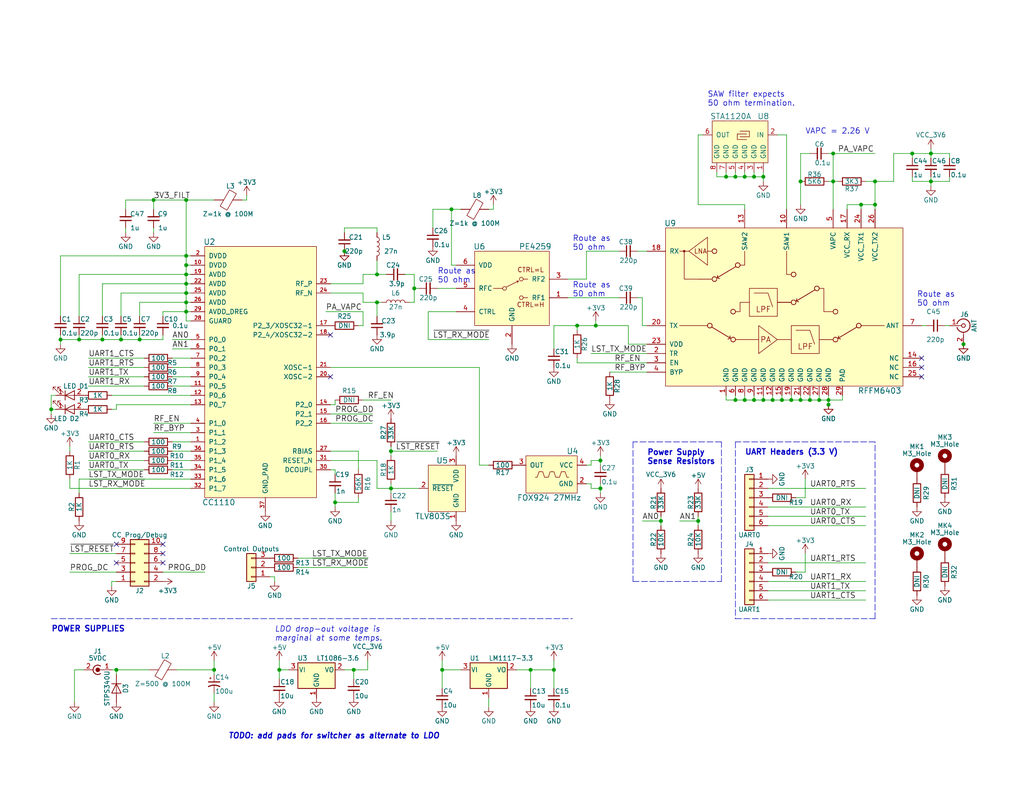
<source format=kicad_sch>
(kicad_sch (version 20211123) (generator eeschema)
  (paper "USLetter")
  (title_block (title "OpenLST Reference Design") (date "2018-08-02") (rev "2.1") (comment 1 "Drawn by Ryan Kingsbury") (comment 2 "License") (comment 3 "This work is licensed under a Creative Commons Attribution-ShareAlike 4.0 International") (comment 4 "Copyright 2018 Planet Labs Inc"))
  (junction (at 106.68 123.19))
  (junction (at 144.78 182.88))
  (junction (at 50.8 82.55))
  (junction (at 50.8 54.61))
  (junction (at 218.44 109.22))
  (junction (at 157.48 88.9))
  (junction (at 254 49.53))
  (junction (at 13.97 111.76))
  (junction (at 50.8 85.09))
  (junction (at 151.13 182.88))
  (junction (at 120.65 182.88))
  (junction (at 180.34 142.24))
  (junction (at 163.83 125.73))
  (junction (at 213.36 109.22))
  (junction (at 226.06 109.22))
  (junction (at 203.2 109.22))
  (junction (at 198.12 48.26))
  (junction (at 41.91 54.61))
  (junction (at 200.66 109.22))
  (junction (at 58.42 182.88))
  (junction (at 96.52 182.88))
  (junction (at 205.74 48.26))
  (junction (at 38.1 92.71))
  (junction (at 31.75 182.88))
  (junction (at 208.28 109.22))
  (junction (at 163.83 133.35))
  (junction (at 113.03 78.74))
  (junction (at 16.51 92.71))
  (junction (at 200.66 48.26))
  (junction (at 218.44 49.53))
  (junction (at 205.74 109.22))
  (junction (at 21.59 92.71))
  (junction (at 262.89 93.98))
  (junction (at 190.5 142.24))
  (junction (at 223.52 109.22))
  (junction (at 50.8 74.93))
  (junction (at 50.8 69.85))
  (junction (at 91.44 137.16))
  (junction (at 203.2 48.26))
  (junction (at 162.56 88.9))
  (junction (at 210.82 109.22))
  (junction (at 254 41.91))
  (junction (at 208.28 48.26))
  (junction (at 123.19 57.15))
  (junction (at 27.94 92.71))
  (junction (at 227.33 49.53))
  (junction (at 248.92 41.91))
  (junction (at 215.9 109.22))
  (junction (at 227.33 41.91))
  (junction (at 33.02 92.71))
  (junction (at 220.98 109.22))
  (junction (at 93.98 68.58))
  (junction (at 50.8 77.47))
  (junction (at 234.95 55.88))
  (junction (at 106.68 133.35))
  (junction (at 226.06 110.49))
  (junction (at 238.76 49.53))
  (junction (at 50.8 72.39))
  (junction (at 102.87 82.55))
  (junction (at 238.76 55.88))
  (junction (at 76.2 182.88))
  (junction (at 50.8 80.01))
  (junction (at 102.87 74.93))
  (no_connect (at 251.46 102.87))
  (no_connect (at 31.75 153.67))
  (no_connect (at 44.45 153.67))
  (no_connect (at 251.46 100.33))
  (no_connect (at 251.46 97.79))
  (no_connect (at 31.75 148.59))
  (no_connect (at 44.45 148.59))
  (no_connect (at 44.45 151.13))
  (no_connect (at 90.17 91.44))
  (no_connect (at 90.17 102.87))
  (wire (pts (xy 144.78 182.88) (xy 144.78 187.96)))
  (wire (pts (xy 44.45 85.09) (xy 44.45 86.36)))
  (wire (pts (xy 46.99 100.33) (xy 52.07 100.33)))
  (wire (pts (xy 106.68 123.19) (xy 119.38 123.19)))
  (wire (pts (xy 46.99 125.73) (xy 52.07 125.73)))
  (wire (pts (xy 162.56 88.9) (xy 171.45 88.9)))
  (wire (pts (xy 102.87 133.35) (xy 106.68 133.35)))
  (wire (pts (xy 106.68 132.08) (xy 106.68 133.35)))
  (wire (pts (xy 175.26 81.28) (xy 175.26 88.9)))
  (wire (pts (xy 203.2 48.26) (xy 205.74 48.26)))
  (wire (pts (xy 144.78 182.88) (xy 151.13 182.88)))
  (wire (pts (xy 220.98 109.22) (xy 223.52 109.22)))
  (wire (pts (xy 123.19 57.15) (xy 125.73 57.15)))
  (wire (pts (xy 21.59 92.71) (xy 21.59 91.44)))
  (wire (pts (xy 102.87 82.55) (xy 104.14 82.55)))
  (wire (pts (xy 99.06 74.93) (xy 102.87 74.93)))
  (wire (pts (xy 171.45 88.9) (xy 171.45 93.98)))
  (wire (pts (xy 39.37 97.79) (xy 24.13 97.79)))
  (wire (pts (xy 50.8 82.55) (xy 50.8 85.09)))
  (wire (pts (xy 151.13 88.9) (xy 151.13 95.25)))
  (wire (pts (xy 163.83 133.35) (xy 163.83 134.62)))
  (wire (pts (xy 99.06 82.55) (xy 102.87 82.55)))
  (wire (pts (xy 218.44 49.53) (xy 218.44 55.88)))
  (wire (pts (xy 254 49.53) (xy 259.08 49.53)))
  (wire (pts (xy 100.33 182.88) (xy 100.33 180.34)))
  (wire (pts (xy 13.97 107.95) (xy 13.97 111.76)))
  (wire (pts (xy 50.8 54.61) (xy 58.42 54.61)))
  (wire (pts (xy 50.8 74.93) (xy 52.07 74.93)))
  (wire (pts (xy 208.28 109.22) (xy 208.28 107.95)))
  (wire (pts (xy 113.03 82.55) (xy 111.76 82.55)))
  (polyline (pts (xy 13.97 168.91) (xy 156.21 168.91)))
  (wire (pts (xy 33.02 86.36) (xy 33.02 80.01)))
  (wire (pts (xy 251.46 88.9) (xy 252.73 88.9)))
  (wire (pts (xy 151.13 88.9) (xy 157.48 88.9)))
  (wire (pts (xy 31.75 151.13) (xy 19.05 151.13)))
  (wire (pts (xy 114.3 78.74) (xy 113.03 78.74)))
  (wire (pts (xy 226.06 109.22) (xy 226.06 110.49)))
  (wire (pts (xy 81.28 154.94) (xy 100.33 154.94)))
  (wire (pts (xy 31.75 111.76) (xy 31.75 110.49)))
  (polyline (pts (xy 200.66 120.65) (xy 200.66 168.91)))
  (wire (pts (xy 16.51 69.85) (xy 50.8 69.85)))
  (wire (pts (xy 203.2 46.99) (xy 203.2 48.26)))
  (wire (pts (xy 76.2 182.88) (xy 78.74 182.88)))
  (wire (pts (xy 160.02 127) (xy 161.29 127)))
  (wire (pts (xy 248.92 48.26) (xy 248.92 49.53)))
  (wire (pts (xy 154.94 81.28) (xy 168.91 81.28)))
  (wire (pts (xy 16.51 86.36) (xy 16.51 69.85)))
  (wire (pts (xy 160.02 132.08) (xy 161.29 132.08)))
  (polyline (pts (xy 200.66 168.91) (xy 238.76 168.91)))
  (wire (pts (xy 34.29 57.15) (xy 34.29 54.61)))
  (wire (pts (xy 200.66 48.26) (xy 200.66 46.99)))
  (wire (pts (xy 259.08 41.91) (xy 259.08 43.18)))
  (wire (pts (xy 27.94 92.71) (xy 33.02 92.71)))
  (wire (pts (xy 205.74 109.22) (xy 208.28 109.22)))
  (wire (pts (xy 81.28 152.4) (xy 100.33 152.4)))
  (wire (pts (xy 106.68 133.35) (xy 114.3 133.35)))
  (wire (pts (xy 99.06 88.9) (xy 99.06 85.09)))
  (wire (pts (xy 168.91 68.58) (xy 160.02 68.58)))
  (wire (pts (xy 257.81 88.9) (xy 259.08 88.9)))
  (wire (pts (xy 20.32 182.88) (xy 20.32 191.77)))
  (wire (pts (xy 226.06 41.91) (xy 227.33 41.91)))
  (wire (pts (xy 191.77 36.83) (xy 190.5 36.83)))
  (wire (pts (xy 76.2 182.88) (xy 76.2 185.42)))
  (wire (pts (xy 173.99 81.28) (xy 175.26 81.28)))
  (wire (pts (xy 123.19 72.39) (xy 124.46 72.39)))
  (wire (pts (xy 130.81 127) (xy 130.81 100.33)))
  (wire (pts (xy 231.14 57.15) (xy 231.14 55.88)))
  (wire (pts (xy 30.48 111.76) (xy 31.75 111.76)))
  (wire (pts (xy 120.65 182.88) (xy 125.73 182.88)))
  (wire (pts (xy 166.37 101.6) (xy 176.53 101.6)))
  (wire (pts (xy 243.84 41.91) (xy 248.92 41.91)))
  (wire (pts (xy 209.55 158.75) (xy 236.22 158.75)))
  (wire (pts (xy 227.33 49.53) (xy 227.33 57.15)))
  (wire (pts (xy 50.8 80.01) (xy 52.07 80.01)))
  (wire (pts (xy 50.8 77.47) (xy 50.8 80.01)))
  (polyline (pts (xy 238.76 168.91) (xy 238.76 120.65)))
  (wire (pts (xy 97.79 137.16) (xy 91.44 137.16)))
  (wire (pts (xy 22.86 182.88) (xy 20.32 182.88)))
  (wire (pts (xy 118.11 62.23) (xy 118.11 57.15)))
  (wire (pts (xy 21.59 74.93) (xy 50.8 74.93)))
  (wire (pts (xy 171.45 93.98) (xy 176.53 93.98)))
  (wire (pts (xy 15.24 107.95) (xy 13.97 107.95)))
  (wire (pts (xy 180.34 142.24) (xy 175.26 142.24)))
  (wire (pts (xy 254 41.91) (xy 259.08 41.91)))
  (wire (pts (xy 50.8 87.63) (xy 52.07 87.63)))
  (polyline (pts (xy 238.76 120.65) (xy 200.66 120.65)))
  (wire (pts (xy 46.99 105.41) (xy 52.07 105.41)))
  (wire (pts (xy 209.55 133.35) (xy 236.22 133.35)))
  (wire (pts (xy 116.84 85.09) (xy 116.84 92.71)))
  (wire (pts (xy 46.99 97.79) (xy 52.07 97.79)))
  (wire (pts (xy 21.59 130.81) (xy 21.59 134.62)))
  (wire (pts (xy 67.31 53.34) (xy 67.31 54.61)))
  (wire (pts (xy 58.42 189.23) (xy 58.42 191.77)))
  (wire (pts (xy 38.1 86.36) (xy 38.1 82.55)))
  (wire (pts (xy 209.55 161.29) (xy 236.22 161.29)))
  (wire (pts (xy 31.75 184.15) (xy 31.75 182.88)))
  (wire (pts (xy 198.12 46.99) (xy 198.12 48.26)))
  (wire (pts (xy 157.48 99.06) (xy 157.48 97.79)))
  (wire (pts (xy 195.58 48.26) (xy 198.12 48.26)))
  (wire (pts (xy 227.33 41.91) (xy 238.76 41.91)))
  (wire (pts (xy 38.1 92.71) (xy 38.1 91.44)))
  (wire (pts (xy 208.28 46.99) (xy 208.28 48.26)))
  (wire (pts (xy 124.46 85.09) (xy 116.84 85.09)))
  (wire (pts (xy 21.59 92.71) (xy 27.94 92.71)))
  (wire (pts (xy 238.76 55.88) (xy 238.76 57.15)))
  (wire (pts (xy 46.99 123.19) (xy 52.07 123.19)))
  (wire (pts (xy 223.52 109.22) (xy 226.06 109.22)))
  (wire (pts (xy 203.2 109.22) (xy 205.74 109.22)))
  (wire (pts (xy 46.99 128.27) (xy 52.07 128.27)))
  (wire (pts (xy 218.44 41.91) (xy 218.44 49.53)))
  (wire (pts (xy 113.03 74.93) (xy 110.49 74.93)))
  (wire (pts (xy 67.31 54.61) (xy 66.04 54.61)))
  (wire (pts (xy 234.95 55.88) (xy 238.76 55.88)))
  (wire (pts (xy 99.06 85.09) (xy 88.9 85.09)))
  (wire (pts (xy 161.29 127) (xy 161.29 125.73)))
  (wire (pts (xy 99.06 80.01) (xy 90.17 80.01)))
  (wire (pts (xy 19.05 156.21) (xy 31.75 156.21)))
  (wire (pts (xy 157.48 99.06) (xy 176.53 99.06)))
  (wire (pts (xy 74.93 157.48) (xy 74.93 158.75)))
  (wire (pts (xy 91.44 110.49) (xy 91.44 109.22)))
  (wire (pts (xy 46.99 102.87) (xy 52.07 102.87)))
  (wire (pts (xy 21.59 130.81) (xy 52.07 130.81)))
  (wire (pts (xy 90.17 110.49) (xy 91.44 110.49)))
  (wire (pts (xy 229.87 109.22) (xy 229.87 107.95)))
  (wire (pts (xy 113.03 78.74) (xy 113.03 82.55)))
  (wire (pts (xy 205.74 48.26) (xy 208.28 48.26)))
  (wire (pts (xy 161.29 125.73) (xy 163.83 125.73)))
  (wire (pts (xy 102.87 74.93) (xy 102.87 71.12)))
  (wire (pts (xy 34.29 63.5) (xy 34.29 62.23)))
  (wire (pts (xy 176.53 96.52) (xy 161.29 96.52)))
  (wire (pts (xy 254 48.26) (xy 254 49.53)))
  (wire (pts (xy 30.48 158.75) (xy 31.75 158.75)))
  (wire (pts (xy 160.02 68.58) (xy 160.02 76.2)))
  (wire (pts (xy 200.66 107.95) (xy 200.66 109.22)))
  (wire (pts (xy 226.06 109.22) (xy 229.87 109.22)))
  (wire (pts (xy 226.06 49.53) (xy 227.33 49.53)))
  (wire (pts (xy 175.26 88.9) (xy 176.53 88.9)))
  (wire (pts (xy 99.06 77.47) (xy 99.06 74.93)))
  (wire (pts (xy 19.05 130.81) (xy 19.05 133.35)))
  (wire (pts (xy 106.68 121.92) (xy 106.68 123.19)))
  (wire (pts (xy 102.87 82.55) (xy 102.87 86.36)))
  (wire (pts (xy 209.55 138.43) (xy 236.22 138.43)))
  (wire (pts (xy 217.17 156.21) (xy 219.71 156.21)))
  (wire (pts (xy 13.97 111.76) (xy 13.97 113.03)))
  (wire (pts (xy 50.8 77.47) (xy 52.07 77.47)))
  (wire (pts (xy 44.45 92.71) (xy 44.45 91.44)))
  (wire (pts (xy 215.9 109.22) (xy 218.44 109.22)))
  (wire (pts (xy 205.74 109.22) (xy 205.74 107.95)))
  (wire (pts (xy 30.48 182.88) (xy 31.75 182.88)))
  (wire (pts (xy 58.42 180.34) (xy 58.42 182.88)))
  (wire (pts (xy 16.51 92.71) (xy 16.51 93.98)))
  (wire (pts (xy 234.95 57.15) (xy 234.95 55.88)))
  (wire (pts (xy 120.65 180.34) (xy 120.65 182.88)))
  (wire (pts (xy 163.83 124.46) (xy 163.83 125.73)))
  (wire (pts (xy 248.92 43.18) (xy 248.92 41.91)))
  (wire (pts (xy 52.07 95.25) (xy 46.99 95.25)))
  (wire (pts (xy 209.55 143.51) (xy 236.22 143.51)))
  (wire (pts (xy 243.84 49.53) (xy 243.84 41.91)))
  (wire (pts (xy 180.34 140.97) (xy 180.34 142.24)))
  (wire (pts (xy 90.17 128.27) (xy 91.44 128.27)))
  (wire (pts (xy 33.02 92.71) (xy 33.02 91.44)))
  (wire (pts (xy 248.92 49.53) (xy 254 49.53)))
  (wire (pts (xy 31.75 182.88) (xy 40.64 182.88)))
  (wire (pts (xy 44.45 85.09) (xy 50.8 85.09)))
  (wire (pts (xy 102.87 63.5) (xy 102.87 62.23)))
  (wire (pts (xy 203.2 55.88) (xy 203.2 57.15)))
  (wire (pts (xy 97.79 88.9) (xy 99.06 88.9)))
  (wire (pts (xy 254 41.91) (xy 254 43.18)))
  (wire (pts (xy 190.5 55.88) (xy 203.2 55.88)))
  (wire (pts (xy 209.55 140.97) (xy 236.22 140.97)))
  (wire (pts (xy 50.8 69.85) (xy 50.8 72.39)))
  (wire (pts (xy 52.07 115.57) (xy 41.91 115.57)))
  (wire (pts (xy 19.05 121.92) (xy 19.05 123.19)))
  (wire (pts (xy 190.5 142.24) (xy 190.5 143.51)))
  (wire (pts (xy 151.13 180.34) (xy 151.13 182.88)))
  (polyline (pts (xy 196.85 120.65) (xy 172.72 120.65)))
  (wire (pts (xy 106.68 123.19) (xy 106.68 124.46)))
  (wire (pts (xy 106.68 133.35) (xy 106.68 134.62)))
  (wire (pts (xy 227.33 41.91) (xy 227.33 49.53)))
  (wire (pts (xy 50.8 72.39) (xy 52.07 72.39)))
  (wire (pts (xy 58.42 182.88) (xy 58.42 184.15)))
  (wire (pts (xy 236.22 49.53) (xy 238.76 49.53)))
  (wire (pts (xy 90.17 100.33) (xy 130.81 100.33)))
  (wire (pts (xy 39.37 125.73) (xy 24.13 125.73)))
  (wire (pts (xy 195.58 46.99) (xy 195.58 48.26)))
  (wire (pts (xy 254 40.64) (xy 254 41.91)))
  (wire (pts (xy 161.29 133.35) (xy 163.83 133.35)))
  (wire (pts (xy 50.8 72.39) (xy 50.8 74.93)))
  (wire (pts (xy 50.8 74.93) (xy 50.8 77.47)))
  (wire (pts (xy 163.83 132.08) (xy 163.83 133.35)))
  (wire (pts (xy 91.44 128.27) (xy 91.44 129.54)))
  (wire (pts (xy 208.28 48.26) (xy 208.28 49.53)))
  (wire (pts (xy 27.94 86.36) (xy 27.94 77.47)))
  (wire (pts (xy 97.79 135.89) (xy 97.79 137.16)))
  (wire (pts (xy 19.05 133.35) (xy 52.07 133.35)))
  (wire (pts (xy 173.99 68.58) (xy 176.53 68.58)))
  (wire (pts (xy 209.55 163.83) (xy 236.22 163.83)))
  (wire (pts (xy 38.1 82.55) (xy 50.8 82.55)))
  (wire (pts (xy 41.91 54.61) (xy 50.8 54.61)))
  (wire (pts (xy 151.13 182.88) (xy 151.13 187.96)))
  (wire (pts (xy 133.35 127) (xy 130.81 127)))
  (wire (pts (xy 31.75 110.49) (xy 52.07 110.49)))
  (wire (pts (xy 123.19 57.15) (xy 123.19 72.39)))
  (wire (pts (xy 205.74 46.99) (xy 205.74 48.26)))
  (wire (pts (xy 99.06 77.47) (xy 90.17 77.47)))
  (wire (pts (xy 227.33 49.53) (xy 228.6 49.53)))
  (wire (pts (xy 90.17 115.57) (xy 101.6 115.57)))
  (wire (pts (xy 48.26 182.88) (xy 58.42 182.88)))
  (wire (pts (xy 90.17 123.19) (xy 97.79 123.19)))
  (wire (pts (xy 73.66 157.48) (xy 74.93 157.48)))
  (wire (pts (xy 226.06 107.95) (xy 226.06 109.22)))
  (wire (pts (xy 217.17 135.89) (xy 219.71 135.89)))
  (wire (pts (xy 39.37 105.41) (xy 24.13 105.41)))
  (wire (pts (xy 33.02 80.01) (xy 50.8 80.01)))
  (wire (pts (xy 41.91 62.23) (xy 41.91 63.5)))
  (wire (pts (xy 52.07 118.11) (xy 41.91 118.11)))
  (wire (pts (xy 34.29 54.61) (xy 41.91 54.61)))
  (wire (pts (xy 213.36 109.22) (xy 215.9 109.22)))
  (wire (pts (xy 39.37 123.19) (xy 24.13 123.19)))
  (wire (pts (xy 116.84 92.71) (xy 133.35 92.71)))
  (wire (pts (xy 113.03 74.93) (xy 113.03 78.74)))
  (wire (pts (xy 140.97 182.88) (xy 144.78 182.88)))
  (wire (pts (xy 21.59 86.36) (xy 21.59 74.93)))
  (wire (pts (xy 50.8 85.09) (xy 50.8 87.63)))
  (wire (pts (xy 198.12 109.22) (xy 200.66 109.22)))
  (wire (pts (xy 231.14 55.88) (xy 234.95 55.88)))
  (wire (pts (xy 220.98 109.22) (xy 220.98 107.95)))
  (wire (pts (xy 30.48 107.95) (xy 52.07 107.95)))
  (wire (pts (xy 238.76 49.53) (xy 243.84 49.53)))
  (wire (pts (xy 120.65 182.88) (xy 120.65 187.96)))
  (wire (pts (xy 39.37 100.33) (xy 24.13 100.33)))
  (wire (pts (xy 50.8 80.01) (xy 50.8 82.55)))
  (wire (pts (xy 91.44 134.62) (xy 91.44 137.16)))
  (wire (pts (xy 102.87 62.23) (xy 93.98 62.23)))
  (wire (pts (xy 99.06 109.22) (xy 106.68 109.22)))
  (wire (pts (xy 133.35 193.04) (xy 133.35 190.5)))
  (wire (pts (xy 50.8 54.61) (xy 50.8 69.85)))
  (wire (pts (xy 218.44 109.22) (xy 218.44 107.95)))
  (wire (pts (xy 118.11 57.15) (xy 123.19 57.15)))
  (wire (pts (xy 248.92 41.91) (xy 254 41.91)))
  (wire (pts (xy 27.94 92.71) (xy 27.94 91.44)))
  (wire (pts (xy 96.52 182.88) (xy 100.33 182.88)))
  (wire (pts (xy 190.5 140.97) (xy 190.5 142.24)))
  (wire (pts (xy 212.09 36.83) (xy 214.63 36.83)))
  (wire (pts (xy 44.45 156.21) (xy 55.88 156.21)))
  (wire (pts (xy 91.44 137.16) (xy 91.44 138.43)))
  (wire (pts (xy 134.62 55.88) (xy 134.62 57.15)))
  (wire (pts (xy 220.98 41.91) (xy 218.44 41.91)))
  (polyline (pts (xy 172.72 120.65) (xy 172.72 158.75)))
  (wire (pts (xy 50.8 85.09) (xy 52.07 85.09)))
  (wire (pts (xy 208.28 109.22) (xy 210.82 109.22)))
  (wire (pts (xy 200.66 48.26) (xy 203.2 48.26)))
  (wire (pts (xy 106.68 139.7) (xy 106.68 142.24)))
  (wire (pts (xy 93.98 62.23) (xy 93.98 63.5)))
  (wire (pts (xy 215.9 109.22) (xy 215.9 107.95)))
  (wire (pts (xy 198.12 107.95) (xy 198.12 109.22)))
  (wire (pts (xy 163.83 125.73) (xy 163.83 127)))
  (wire (pts (xy 134.62 57.15) (xy 133.35 57.15)))
  (wire (pts (xy 46.99 120.65) (xy 52.07 120.65)))
  (wire (pts (xy 30.48 160.02) (xy 30.48 158.75)))
  (wire (pts (xy 219.71 135.89) (xy 219.71 130.81)))
  (wire (pts (xy 96.52 185.42) (xy 96.52 182.88)))
  (wire (pts (xy 180.34 142.24) (xy 180.34 143.51)))
  (wire (pts (xy 119.38 78.74) (xy 124.46 78.74)))
  (wire (pts (xy 200.66 109.22) (xy 203.2 109.22)))
  (wire (pts (xy 16.51 91.44) (xy 16.51 92.71)))
  (wire (pts (xy 102.87 74.93) (xy 105.41 74.93)))
  (wire (pts (xy 157.48 88.9) (xy 162.56 88.9)))
  (wire (pts (xy 162.56 88.9) (xy 162.56 87.63)))
  (wire (pts (xy 15.24 111.76) (xy 13.97 111.76)))
  (polyline (pts (xy 172.72 158.75) (xy 196.85 158.75)))
  (wire (pts (xy 102.87 125.73) (xy 102.87 133.35)))
  (wire (pts (xy 238.76 49.53) (xy 238.76 55.88)))
  (wire (pts (xy 198.12 48.26) (xy 200.66 48.26)))
  (wire (pts (xy 41.91 54.61) (xy 41.91 57.15)))
  (wire (pts (xy 210.82 109.22) (xy 213.36 109.22)))
  (wire (pts (xy 93.98 182.88) (xy 96.52 182.88)))
  (wire (pts (xy 218.44 109.22) (xy 220.98 109.22)))
  (wire (pts (xy 50.8 69.85) (xy 52.07 69.85)))
  (wire (pts (xy 210.82 109.22) (xy 210.82 107.95)))
  (wire (pts (xy 90.17 113.03) (xy 101.6 113.03)))
  (wire (pts (xy 76.2 180.34) (xy 76.2 182.88)))
  (wire (pts (xy 203.2 109.22) (xy 203.2 107.95)))
  (wire (pts (xy 16.51 92.71) (xy 21.59 92.71)))
  (wire (pts (xy 219.71 156.21) (xy 219.71 151.13)))
  (wire (pts (xy 27.94 77.47) (xy 50.8 77.47)))
  (polyline (pts (xy 196.85 158.75) (xy 196.85 120.65)))
  (wire (pts (xy 160.02 76.2) (xy 154.94 76.2)))
  (wire (pts (xy 39.37 120.65) (xy 24.13 120.65)))
  (wire (pts (xy 157.48 90.17) (xy 157.48 88.9)))
  (wire (pts (xy 209.55 153.67) (xy 236.22 153.67)))
  (wire (pts (xy 213.36 109.22) (xy 213.36 107.95)))
  (wire (pts (xy 214.63 36.83) (xy 214.63 57.15)))
  (wire (pts (xy 52.07 92.71) (xy 46.99 92.71)))
  (wire (pts (xy 50.8 82.55) (xy 52.07 82.55)))
  (wire (pts (xy 90.17 125.73) (xy 102.87 125.73)))
  (wire (pts (xy 259.08 49.53) (xy 259.08 48.26)))
  (wire (pts (xy 190.5 142.24) (xy 185.42 142.24)))
  (wire (pts (xy 223.52 109.22) (xy 223.52 107.95)))
  (wire (pts (xy 190.5 36.83) (xy 190.5 55.88)))
  (wire (pts (xy 97.79 123.19) (xy 97.79 128.27)))
  (wire (pts (xy 39.37 128.27) (xy 24.13 128.27)))
  (wire (pts (xy 254 49.53) (xy 254 50.8)))
  (wire (pts (xy 33.02 92.71) (xy 38.1 92.71)))
  (wire (pts (xy 99.06 82.55) (xy 99.06 80.01)))
  (wire (pts (xy 38.1 92.71) (xy 44.45 92.71)))
  (wire (pts (xy 39.37 102.87) (xy 24.13 102.87)))
  (wire (pts (xy 161.29 132.08) (xy 161.29 133.35)))
  (text "SAW filter expects\n50 ohm termination." (at 193.04 29.21 0) (effects (font (size 1.524 1.524)) (justify left bottom)))
  (text "Route as\n50 ohm" (at 119.38 77.47 0) (effects (font (size 1.524 1.524)) (justify left bottom)))
  (text "TODO: add pads for switcher as alternate to LDO" (at 62.23 201.93 0) (effects (font (size 1.524 1.524) (thickness 0.3048) bold italic) (justify left bottom)))
  (text "Route as\n50 ohm" (at 156.21 81.28 0) (effects (font (size 1.524 1.524)) (justify left bottom)))
  (text "POWER SUPPLIES" (at 13.97 172.72 0) (effects (font (size 1.524 1.524) (thickness 0.3048) bold) (justify left bottom)))
  (text "Route as\n50 ohm" (at 156.21 68.58 0) (effects (font (size 1.524 1.524)) (justify left bottom)))
  (text "UART Headers (3.3 V)" (at 203.2 124.46 0) (effects (font (size 1.524 1.524) (thickness 0.3048) bold) (justify left bottom)))
  (text "Power Supply\nSense Resistors" (at 176.53 127 0) (effects (font (size 1.524 1.524) (thickness 0.3048) bold) (justify left bottom)))
  (text "Route as\n50 ohm" (at 250.19 83.82 0) (effects (font (size 1.524 1.524)) (justify left bottom)))
  (text "LDO drop-out voltage is\nmarginal at some temps." (at 74.93 175.26 0) (effects (font (size 1.524 1.524) italic) (justify left bottom)))
  (text "VAPC = 2.26 V" (at 219.71 36.83 0) (effects (font (size 1.524 1.524)) (justify left bottom)))
  (label "PROG_DD" (at 91.44 113.03 0) (effects (font (size 1.524 1.524))))
  (label "PROG_DC" (at 91.44 115.57 0) (effects (font (size 1.524 1.524))))
  (label "RF_EN" (at 41.91 115.57 0) (effects (font (size 1.524 1.524))))
  (label "AN1" (at 185.42 142.24 0) (effects (font (size 1.524 1.524))))
  (label "UART1_RTS" (at 220.98 153.67 0) (effects (font (size 1.524 1.524))))
  (label "~{LST_RESET}" (at 19.05 151.13 0) (effects (font (size 1.524 1.524))))
  (label "LST_TX_MODE" (at 161.29 96.52 0) (effects (font (size 1.524 1.524))))
  (label "LST_TX_MODE" (at 24.13 130.81 0) (effects (font (size 1.524 1.524))))
  (label "~{LST_RX_MODE}" (at 85.09 154.94 0) (effects (font (size 1.524 1.524))))
  (label "UART0_RTS" (at 24.13 123.19 0) (effects (font (size 1.524 1.524))))
  (label "AN0" (at 46.99 92.71 0) (effects (font (size 1.524 1.524))))
  (label "UART0_RX" (at 220.98 138.43 0) (effects (font (size 1.524 1.524))))
  (label "PROG_DC" (at 19.05 156.21 0) (effects (font (size 1.524 1.524))))
  (label "UART1_RX" (at 220.98 158.75 0) (effects (font (size 1.524 1.524))))
  (label "PA_VAPC" (at 228.6 41.91 0) (effects (font (size 1.524 1.524))))
  (label "LST_TX_MODE" (at 85.09 152.4 0) (effects (font (size 1.524 1.524))))
  (label "RF_BYP" (at 167.64 101.6 0) (effects (font (size 1.524 1.524))))
  (label "UART1_RTS" (at 24.13 100.33 0) (effects (font (size 1.524 1.524))))
  (label "~{LST_RX_MODE}" (at 118.11 92.71 0) (effects (font (size 1.524 1.524))))
  (label "UART1_RX" (at 24.13 105.41 0) (effects (font (size 1.524 1.524))))
  (label "UART0_TX" (at 24.13 128.27 0) (effects (font (size 1.524 1.524))))
  (label "RF_EN" (at 100.33 109.22 0) (effects (font (size 1.524 1.524))))
  (label "UART1_CTS" (at 220.98 163.83 0) (effects (font (size 1.524 1.524))))
  (label "RF_EN" (at 167.64 99.06 0) (effects (font (size 1.524 1.524))))
  (label "UART0_CTS" (at 24.13 120.65 0) (effects (font (size 1.524 1.524))))
  (label "PA_VAPC" (at 88.9 85.09 0) (effects (font (size 1.524 1.524))))
  (label "~{LST_RESET}" (at 107.95 123.19 0) (effects (font (size 1.524 1.524))))
  (label "PROG_DD" (at 45.72 156.21 0) (effects (font (size 1.524 1.524))))
  (label "UART0_TX" (at 220.98 140.97 0) (effects (font (size 1.524 1.524))))
  (label "UART1_TX" (at 220.98 161.29 0) (effects (font (size 1.524 1.524))))
  (label "UART1_TX" (at 24.13 102.87 0) (effects (font (size 1.524 1.524))))
  (label "UART1_CTS" (at 24.13 97.79 0) (effects (font (size 1.524 1.524))))
  (label "UART0_RTS" (at 220.98 133.35 0) (effects (font (size 1.524 1.524))))
  (label "RF_BYP" (at 41.91 118.11 0) (effects (font (size 1.524 1.524))))
  (label "UART0_RX" (at 24.13 125.73 0) (effects (font (size 1.524 1.524))))
  (label "3V3_FILT" (at 41.91 54.61 0) (effects (font (size 1.524 1.524))))
  (label "AN0" (at 175.26 142.24 0) (effects (font (size 1.524 1.524))))
  (label "UART0_CTS" (at 220.98 143.51 0) (effects (font (size 1.524 1.524))))
  (label "~{LST_RX_MODE}" (at 24.13 133.35 0) (effects (font (size 1.524 1.524))))
  (label "AN1" (at 46.99 95.25 0) (effects (font (size 1.524 1.524))))
  (symbol (lib_id "openlst-hw:GND") (at 262.89 93.98 0) (unit 1)
    (property "Reference" "#PWR01" (effects hide))
    (property "Value" "GND" (at 262.89 97.79 0))
  )
  (symbol (lib_id "openlst-hw:GND") (at 226.06 110.49 0) (unit 1)
    (property "Reference" "#PWR02" (effects hide))
    (property "Value" "GND" (at 226.06 114.3 0))
  )
  (symbol (lib_id "openlst-hw:GND") (at 139.7 93.98 0) (unit 1)
    (property "Reference" "#PWR03" (effects hide))
    (property "Value" "GND" (at 139.7 97.79 0))
  )
  (symbol (lib_id "openlst-hw:L") (at 107.95 82.55 90) (unit 1)
    (property "Reference" "L6" (at 107.95 80.01 90))
    (property "Value" "27n" (at 107.95 83.82 90))
    (property "Footprint" "archive:L_0402_1005Metric" (effects hide))
    (property "Datasheet" "http://search.murata.co.jp/Ceramy/image/img/P02/JELF243A-0050.pdf" (effects hide))
    (property "Manuf" "Murata" (effects hide))
    (property "ManufPN" "LQW15AN27NJ00D" (effects hide))
    (property "Supplier" "Digikey" (effects hide))
    (property "SupplierPN" "490-1151-1-ND" (effects hide))
  )
  (symbol (lib_id "openlst-hw:GND") (at 93.98 68.58 0) (unit 1)
    (property "Reference" "#PWR04" (effects hide))
    (property "Value" "GND" (at 93.98 72.39 0))
  )
  (symbol (lib_id "openlst-hw:CC1110") (at 72.39 102.87 0) (unit 1)
    (property "Reference" "U2" (at 57.15 66.04 0) (effects (font (size 1.524 1.524))))
    (property "Value" "CC1110" (at 59.69 137.16 0) (effects (font (size 1.524 1.524))))
    (property "Footprint" "openlst:TI_CC_QFN36" (effects hide))
    (property "Datasheet" "http://www.ti.com/lit/ds/symlink/cc1110-cc1111.pdf" (effects hide))
    (property "Manuf" "Texas Instruments" (effects hide))
    (property "ManufPN" "CC1110F32RHHR" (effects hide))
    (property "Supplier" "Digikey" (effects hide))
    (property "SupplierPN" "296-38560-1-ND" (effects hide))
  )
  (symbol (lib_id "openlst-hw:TLV803S") (at 124.46 133.35 0) (mirror y) (unit 1)
    (property "Reference" "U5" (at 120.65 125.73 0) (effects (font (size 1.524 1.524))))
    (property "Value" "TLV803S" (at 118.11 140.97 0) (effects (font (size 1.524 1.524))))
    (property "Footprint" "archive:SOT-23" (effects hide))
    (property "Datasheet" "http://www.ti.com/lit/ds/symlink/tlv803.pdf" (effects hide))
    (property "Manuf" "Texas Instruments" (effects hide))
    (property "ManufPN" "TLV803SDBZR" (effects hide))
    (property "Supplier" "Digikey" (effects hide))
    (property "SupplierPN" "296-29196-1-ND" (effects hide))
  )
  (symbol (lib_id "openlst-hw:Conn_Coaxial") (at 262.89 88.9 0) (unit 1)
    (property "Reference" "J6" (at 263.144 85.852 0))
    (property "Value" "ANT" (at 265.811 88.9 90))
    (property "Footprint" "archive:SMA_Molex_73251-1153_EdgeMount_Horizontal" (effects hide))
    (property "Datasheet" "https://www.molex.com/pdm_docs/sd/732511150_sd.pdf" (effects hide))
    (property "Manuf" "Molex" (effects hide))
    (property "ManufPN" "732511150" (effects hide))
    (property "Supplier" "Digikey" (effects hide))
    (property "SupplierPN" "WM5534-ND" (effects hide))
  )
  (symbol (lib_id "openlst-hw:GND") (at 262.89 93.98 0) (unit 1)
    (property "Reference" "#PWR05" (effects hide))
    (property "Value" "GND" (at 262.89 97.79 0))
  )
  (symbol (lib_id "openlst-hw:C_Small") (at 255.27 88.9 270) (unit 1)
    (property "Reference" "C45" (at 252.73 85.09 90) (effects (justify left)))
    (property "Value" "220p" (at 252.73 92.71 90) (effects (justify left)))
    (property "Footprint" "archive:C_0402_1005Metric" (effects hide))
    (property "Datasheet" "https://api.kemet.com/component-edge/download/datasheet/C0402C221J2GACAUTO.pdf" (effects hide))
    (property "Manuf" "Kemet" (effects hide))
    (property "ManufPN" "C0402C221J2GACAUTO" (effects hide))
    (property "Supplier" "Digikey" (effects hide))
    (property "SupplierPN" "399-11552-1-ND" (effects hide))
  )
  (symbol (lib_id "openlst-hw:C_Small") (at 248.92 45.72 0) (unit 1)
    (property "Reference" "C44" (at 249.174 43.942 0) (effects (justify left)))
    (property "Value" "1u" (at 249.174 47.752 0) (effects (justify left)))
    (property "Footprint" "archive:C_0603_1608Metric" (effects hide))
    (property "Datasheet" "http://www.samsungsem.com/kr/support/product-search/mlcc/CL10B105MO8NNWC.jsp" (effects hide))
    (property "Manuf" "Samsung" (effects hide))
    (property "ManufPN" "CL10B105MO8NNWC" (effects hide))
    (property "Supplier" "Digikey" (effects hide))
    (property "SupplierPN" "1276-6524-6-ND" (effects hide))
  )
  (symbol (lib_id "openlst-hw:GND") (at 226.06 110.49 0) (unit 1)
    (property "Reference" "#PWR06" (effects hide))
    (property "Value" "GND" (at 226.06 114.3 0))
  )
  (symbol (lib_id "openlst-hw:GND") (at 124.46 142.24 0) (unit 1)
    (property "Reference" "#PWR027" (effects hide))
    (property "Value" "GND" (at 124.46 146.05 0))
  )
  (symbol (lib_id "openlst-hw:C_Small") (at 106.68 137.16 0) (unit 1)
    (property "Reference" "C22" (at 106.934 135.382 0) (effects (justify left)))
    (property "Value" "1n" (at 106.934 139.192 0) (effects (justify left)))
    (property "Footprint" "archive:C_0603_1608Metric" (effects hide))
    (property "Datasheet" "https://www.murata.com/~/media/webrenewal/support/library/catalog/products/capacitor/mlcc/c03e.ashx" (effects hide))
    (property "Manuf" "Murata" (effects hide))
    (property "ManufPN" "GCM188R71E102KA37D" (effects hide))
    (property "Supplier" "Digikey" (effects hide))
    (property "SupplierPN" "490-8016-1-ND" (effects hide))
  )
  (symbol (lib_id "openlst-hw:R") (at 106.68 128.27 180) (unit 1)
    (property "Reference" "R18" (at 104.648 128.27 90))
    (property "Value" "1K" (at 106.68 128.27 90))
    (property "Footprint" "archive:R_0603_1608Metric" (effects hide))
    (property "Datasheet" "http://www.yageo.com/documents/recent/PYu-RC_Group_51_RoHS_L_9.pdf" (effects hide))
    (property "Manuf" "Yageo" (effects hide))
    (property "ManufPN" "RC0603JR-071KL" (effects hide))
    (property "Supplier" "Digikey" (effects hide))
    (property "SupplierPN" "311-1.0KGRCT-ND" (effects hide))
  )
  (symbol (lib_id "openlst-hw:GND") (at 106.68 142.24 0) (unit 1)
    (property "Reference" "#PWR026" (effects hide))
    (property "Value" "GND" (at 106.68 146.05 0))
  )
  (symbol (lib_id "openlst-hw:C_Small") (at 116.84 78.74 90) (unit 1)
    (property "Reference" "C25" (at 118.11 76.2 90) (effects (justify left)))
    (property "Value" "220p" (at 119.38 81.28 90) (effects (justify left)))
    (property "Footprint" "archive:C_0402_1005Metric" (effects hide))
    (property "Datasheet" "https://api.kemet.com/component-edge/download/datasheet/C0402C221J2GACAUTO.pdf" (effects hide))
    (property "Manuf" "Kemet" (effects hide))
    (property "ManufPN" "C0402C221J2GACAUTO" (effects hide))
    (property "Supplier" "Digikey" (effects hide))
    (property "SupplierPN" "399-11552-1-ND" (effects hide))
  )
  (symbol (lib_id "openlst-hw:C_Small") (at 107.95 74.93 90) (unit 1)
    (property "Reference" "C24" (at 109.22 72.39 90) (effects (justify left)))
    (property "Value" "3.9p" (at 110.49 77.47 90) (effects (justify left)))
    (property "Footprint" "archive:C_0402_1005Metric" (effects hide))
    (property "Datasheet" "http://search.murata.co.jp/Ceramy/image/img/A01X/G101/ENG/GJM1555C1H3R9CB01-01.pdf" (effects hide))
    (property "Manuf" "Murata" (effects hide))
    (property "ManufPN" "GJM1555C1H3R9CB01D" (effects hide))
    (property "Supplier" "Digikey" (effects hide))
    (property "SupplierPN" "490-3097-1-ND" (effects hide))
  )
  (symbol (lib_id "openlst-hw:L") (at 102.87 67.31 0) (unit 1)
    (property "Reference" "L5" (at 105.41 64.77 0))
    (property "Value" "27n" (at 106.68 68.58 0))
    (property "Footprint" "archive:L_0402_1005Metric" (effects hide))
    (property "Datasheet" "http://search.murata.co.jp/Ceramy/image/img/P02/JELF243A-0050.pdf" (effects hide))
    (property "Manuf" "Murata" (effects hide))
    (property "ManufPN" "LQW15AN27NJ00D" (effects hide))
    (property "Supplier" "Digikey" (effects hide))
    (property "SupplierPN" "490-1151-1-ND" (effects hide))
  )
  (symbol (lib_id "openlst-hw:C_Small") (at 93.98 66.04 180) (unit 1)
    (property "Reference" "C21" (at 99.06 64.77 0) (effects (justify left)))
    (property "Value" "220p" (at 99.06 68.58 0) (effects (justify left)))
    (property "Footprint" "archive:C_0402_1005Metric" (effects hide))
    (property "Datasheet" "https://api.kemet.com/component-edge/download/datasheet/C0402C221J2GACAUTO.pdf" (effects hide))
    (property "Manuf" "Kemet" (effects hide))
    (property "ManufPN" "C0402C221J2GACAUTO" (effects hide))
    (property "Supplier" "Digikey" (effects hide))
    (property "SupplierPN" "399-11552-1-ND" (effects hide))
  )
  (symbol (lib_id "openlst-hw:C_Small") (at 102.87 88.9 180) (unit 1)
    (property "Reference" "C23" (at 107.95 87.63 0) (effects (justify left)))
    (property "Value" "3.9p" (at 107.95 91.44 0) (effects (justify left)))
    (property "Footprint" "archive:C_0402_1005Metric" (effects hide))
    (property "Datasheet" "http://search.murata.co.jp/Ceramy/image/img/A01X/G101/ENG/GJM1555C1H3R9CB01-01.pdf" (effects hide))
    (property "Manuf" "Murata" (effects hide))
    (property "ManufPN" "GJM1555C1H3R9CB01D" (effects hide))
    (property "Supplier" "Digikey" (effects hide))
    (property "SupplierPN" "490-3097-1-ND" (effects hide))
  )
  (symbol (lib_id "openlst-hw:GND") (at 93.98 68.58 0) (unit 1)
    (property "Reference" "#PWR07" (effects hide))
    (property "Value" "GND" (at 93.98 72.39 0))
  )
  (symbol (lib_id "openlst-hw:GND") (at 102.87 91.44 0) (unit 1)
    (property "Reference" "#PWR08" (effects hide))
    (property "Value" "GND" (at 102.87 95.25 0))
  )
  (symbol (lib_id "openlst-hw:C_Small") (at 91.44 132.08 0) (unit 1)
    (property "Reference" "C19" (at 91.44 129.54 0) (effects (justify left)))
    (property "Value" "1n" (at 91.694 134.112 0) (effects (justify left)))
    (property "Footprint" "archive:C_0603_1608Metric" (effects hide))
    (property "Datasheet" "https://www.murata.com/~/media/webrenewal/support/library/catalog/products/capacitor/mlcc/c03e.ashx" (effects hide))
    (property "Manuf" "Murata" (effects hide))
    (property "ManufPN" "GCM188R71E102KA37D" (effects hide))
    (property "Supplier" "Digikey" (effects hide))
    (property "SupplierPN" "490-8016-1-ND" (effects hide))
  )
  (symbol (lib_id "openlst-hw:R") (at 97.79 132.08 180) (unit 1)
    (property "Reference" "R16" (at 100.33 132.08 90))
    (property "Value" "56K" (at 97.79 132.08 90))
    (property "Footprint" "archive:R_0603_1608Metric" (effects hide))
    (property "Datasheet" "https://www.seielect.com/Catalog/SEI-RMCF_RMCP.pdf" (effects hide))
    (property "Manuf" "Stackpole" (effects hide))
    (property "ManufPN" "RMCF0603FT56K0" (effects hide))
    (property "Supplier" "Digikey" (effects hide))
    (property "SupplierPN" "RMCF0603FT56K0CT-ND" (effects hide))
  )
  (symbol (lib_id "openlst-hw:GND") (at 91.44 138.43 0) (unit 1)
    (property "Reference" "#PWR025" (effects hide))
    (property "Value" "GND" (at 91.44 142.24 0))
  )
  (symbol (lib_id "openlst-hw:GND") (at 72.39 139.7 0) (unit 1)
    (property "Reference" "#PWR09" (effects hide))
    (property "Value" "GND" (at 72.39 143.51 0))
  )
  (symbol (lib_id "openlst-hw:LM1117-3.3") (at 133.35 182.88 0) (unit 1)
    (property "Reference" "U1" (at 129.54 179.705 0))
    (property "Value" "LM1117-3.3" (at 133.35 179.705 0) (effects (justify left)))
    (property "Footprint" "archive:SOT-223-3_TabPin2" (effects hide))
    (property "Datasheet" "http://www.ti.com/lit/ds/symlink/lm1117.pdf" (effects hide))
    (property "Manuf" "Texas Instruments" (effects hide))
    (property "ManufPN" "LM1117IMP-3.3/NOPB" (effects hide))
    (property "Supplier" "Digikey" (effects hide))
    (property "SupplierPN" "LM1117IMP-3.3/NOPBCT-ND" (effects hide))
  )
  (symbol (lib_id "openlst-hw:+5V") (at 120.65 180.34 0) (unit 1)
    (property "Reference" "#PWR010" (effects hide))
    (property "Value" "+5V" (at 120.65 176.784 0))
  )
  (symbol (lib_id "openlst-hw:GND") (at 120.65 193.04 0) (unit 1)
    (property "Reference" "#PWR011" (effects hide))
    (property "Value" "GND" (at 120.65 196.85 0))
  )
  (symbol (lib_id "openlst-hw:C_Small") (at 120.65 190.5 0) (unit 1)
    (property "Reference" "C4" (at 120.904 188.722 0) (effects (justify left)))
    (property "Value" "10u" (at 120.904 192.532 0) (effects (justify left)))
    (property "Footprint" "archive:C_0603_1608Metric" (effects hide))
    (property "Datasheet" "http://search.murata.co.jp/Ceramy/image/img/A01X/G101/ENG/GRT188C81A106ME13-01.pdf" (effects hide))
    (property "Manuf" "Murata" (effects hide))
    (property "ManufPN" "GRT188C81A106ME13D" (effects hide))
    (property "Supplier" "Digikey" (effects hide))
    (property "SupplierPN" "490-12283-1-ND" (effects hide))
  )
  (symbol (lib_id "openlst-hw:C_Small") (at 144.78 190.5 0) (unit 1)
    (property "Reference" "C13" (at 145.034 188.722 0) (effects (justify left)))
    (property "Value" "10u" (at 145.034 192.532 0) (effects (justify left)))
    (property "Footprint" "archive:C_0603_1608Metric" (effects hide))
    (property "Datasheet" "http://search.murata.co.jp/Ceramy/image/img/A01X/G101/ENG/GRT188C81A106ME13-01.pdf" (effects hide))
    (property "Manuf" "Murata" (effects hide))
    (property "ManufPN" "GRT188C81A106ME13D" (effects hide))
    (property "Supplier" "Digikey" (effects hide))
    (property "SupplierPN" "490-12283-1-ND" (effects hide))
  )
  (symbol (lib_id "openlst-hw:C_Small") (at 151.13 190.5 0) (unit 1)
    (property "Reference" "C15" (at 151.384 188.722 0) (effects (justify left)))
    (property "Value" "0.1u" (at 151.384 192.532 0) (effects (justify left)))
    (property "Footprint" "archive:C_0603_1608Metric" (effects hide))
    (property "Datasheet" "http://datasheets.avx.com/AutoMLCC.pdf" (effects hide))
    (property "Manuf" "AVX" (effects hide))
    (property "ManufPN" "0603YC104K4T4A" (effects hide))
    (property "Supplier" "Digikey" (effects hide))
    (property "SupplierPN" "478-9382-1-ND" (effects hide))
  )
  (symbol (lib_id "openlst-hw:GND") (at 133.35 193.04 0) (unit 1)
    (property "Reference" "#PWR012" (effects hide))
    (property "Value" "GND" (at 133.35 196.85 0))
  )
  (symbol (lib_id "openlst-hw:GND") (at 144.78 193.04 0) (unit 1)
    (property "Reference" "#PWR013" (effects hide))
    (property "Value" "GND" (at 144.78 196.85 0))
  )
  (symbol (lib_id "openlst-hw:GND") (at 151.13 193.04 0) (unit 1)
    (property "Reference" "#PWR014" (effects hide))
    (property "Value" "GND" (at 151.13 196.85 0))
  )
  (symbol (lib_id "openlst-hw:Conn_Coaxial_Power") (at 27.94 182.88 270) (unit 1)
    (property "Reference" "J1" (at 26.67 177.8 90))
    (property "Value" "5VDC" (at 26.67 179.705 90))
    (property "Footprint" "archive:PinHeader_1x02_P2.54mm_Vertical" (effects hide))
  )
  (symbol (lib_id "openlst-hw:GND") (at 20.32 191.77 0) (unit 1)
    (property "Reference" "#PWR015" (effects hide))
    (property "Value" "GND" (at 20.32 195.58 0))
  )
  (symbol (lib_id "openlst-hw:D") (at 31.75 187.96 270) (unit 1)
    (property "Reference" "D3" (at 34.29 187.96 0))
    (property "Value" "STPS340U" (at 29.21 187.96 0))
    (property "Footprint" "archive:D_SMB" (effects hide))
    (property "Datasheet" "http://www.st.com/content/ccc/resource/technical/document/datasheet/bb/db/21/0c/04/d9/41/a5/CD00000844.pdf/files/CD00000844.pdf/jcr:content/translations/en.CD00000844.pdf" (effects hide))
    (property "Manuf" "STMicroelectronics" (effects hide))
    (property "ManufPN" "STPS340U" (effects hide))
    (property "Supplier" "Digikey" (effects hide))
    (property "SupplierPN" "497-2465-1-ND" (effects hide))
  )
  (symbol (lib_id "openlst-hw:Ferrite_Bead") (at 44.45 182.88 270) (unit 1)
    (property "Reference" "L2" (at 45.085 179.07 90))
    (property "Value" "Z=500 @ 100M" (at 44.45 186.69 90))
    (property "Footprint" "archive:L_1206_3216Metric" (effects hide))
    (property "Datasheet" "https://assets.lairdtech.com/home/brandworld/files/MI1206L501R-10.pdf" (effects hide))
    (property "Manuf" "Laird" (effects hide))
    (property "ManufPN" "MI1206L501R-10" (effects hide))
    (property "Supplier" "Digikey" (effects hide))
    (property "SupplierPN" "240-2407-1-ND" (effects hide))
  )
  (symbol (lib_id "openlst-hw:CP1_Small") (at 58.42 186.69 0) (unit 1)
    (property "Reference" "C14" (at 58.674 184.912 0) (effects (justify left)))
    (property "Value" "100u" (at 58.674 188.722 0) (effects (justify left)))
    (property "Footprint" "archive:CP_EIA-3528-15_AVX-H" (effects hide))
    (property "Datasheet" "http://datasheets.avx.com/TPS.pdf" (effects hide))
    (property "Manuf" "AVX" (effects hide))
    (property "ManufPN" "TPSB107M010R0400" (effects hide))
    (property "Supplier" "Digikey" (effects hide))
    (property "SupplierPN" "478-5231-1-ND" (effects hide))
  )
  (symbol (lib_id "openlst-hw:GND") (at 58.42 191.77 0) (unit 1)
    (property "Reference" "#PWR016" (effects hide))
    (property "Value" "GND" (at 58.42 195.58 0))
  )
  (symbol (lib_id "openlst-hw:+5V") (at 58.42 180.34 0) (unit 1)
    (property "Reference" "#PWR017" (effects hide))
    (property "Value" "+5V" (at 58.42 176.784 0))
  )
  (symbol (lib_id "openlst-hw:GND") (at 31.75 191.77 0) (unit 1)
    (property "Reference" "#PWR018" (effects hide))
    (property "Value" "GND" (at 31.75 195.58 0))
  )
  (symbol (lib_id "openlst-hw:RFFM6403") (at 213.36 83.82 0) (unit 1)
    (property "Reference" "U9" (at 182.88 60.96 0) (effects (font (size 1.524 1.524))))
    (property "Value" "RFFM6403" (at 240.03 106.68 0) (effects (font (size 1.524 1.524))))
    (property "Footprint" "openlst:Qorvo_LGA_28_ThermalVias" (effects hide))
    (property "Datasheet" "https://www.qorvo.com/products/d/da000805" (effects hide))
    (property "Manuf" "Qorvo" (effects hide))
    (property "ManufPN" "RFFM6403SB" (effects hide))
  )
  (symbol (lib_id "openlst-hw:LT1086-3.6") (at 86.36 182.88 0) (unit 1)
    (property "Reference" "U3" (at 82.55 179.705 0))
    (property "Value" "LT1086-3.6" (at 86.36 179.705 0) (effects (justify left)))
    (property "Footprint" "archive:TO-263-3_TabPin2" (effects hide))
    (property "Datasheet" "http://www.linear.com/docs/1722" (effects hide))
    (property "Manuf" "Linear" (effects hide))
    (property "ManufPN" "LT1086CM-3.6#PBF" (effects hide))
    (property "Supplier" "Digikey" (effects hide))
    (property "SupplierPN" "LT1086CM-3.6#PBF-ND" (effects hide))
  )
  (symbol (lib_id "openlst-hw:GND") (at 76.2 190.5 0) (unit 1)
    (property "Reference" "#PWR019" (effects hide))
    (property "Value" "GND" (at 76.2 194.31 0))
  )
  (symbol (lib_id "openlst-hw:GND") (at 86.36 190.5 0) (unit 1)
    (property "Reference" "#PWR020" (effects hide))
    (property "Value" "GND" (at 86.36 194.31 0))
  )
  (symbol (lib_id "openlst-hw:GND") (at 96.52 190.5 0) (unit 1)
    (property "Reference" "#PWR021" (effects hide))
    (property "Value" "GND" (at 96.52 194.31 0))
  )
  (symbol (lib_id "openlst-hw:+5V") (at 76.2 180.34 0) (unit 1)
    (property "Reference" "#PWR022" (effects hide))
    (property "Value" "+5V" (at 76.2 176.784 0))
  )
  (symbol (lib_id "openlst-hw:VCC_3V6") (at 100.33 180.34 0) (unit 1)
    (property "Reference" "#PWR023" (effects hide))
    (property "Value" "VCC_3V6" (at 100.33 176.53 0))
  )
  (symbol (lib_id "openlst-hw:C_Small") (at 254 45.72 0) (unit 1)
    (property "Reference" "C46" (at 254.254 43.942 0) (effects (justify left)))
    (property "Value" "1u" (at 254.254 47.752 0) (effects (justify left)))
    (property "Footprint" "archive:C_0603_1608Metric" (effects hide))
    (property "Datasheet" "http://www.samsungsem.com/kr/support/product-search/mlcc/CL10B105MO8NNWC.jsp" (effects hide))
    (property "Manuf" "Samsung" (effects hide))
    (property "ManufPN" "CL10B105MO8NNWC" (effects hide))
    (property "Supplier" "Digikey" (effects hide))
    (property "SupplierPN" "1276-6524-6-ND" (effects hide))
  )
  (symbol (lib_id "openlst-hw:R") (at 232.41 49.53 270) (unit 1)
    (property "Reference" "R37" (at 232.41 51.562 90))
    (property "Value" "3K3" (at 232.41 49.53 90))
    (property "Footprint" "archive:R_0603_1608Metric" (effects hide))
    (property "Datasheet" "https://www.seielect.com/Catalog/SEI-RMCF_RMCP.pdf" (effects hide))
    (property "Manuf" "Stackpole" (effects hide))
    (property "ManufPN" "RMCF0603FT3K30" (effects hide))
    (property "Supplier" "Digikey" (effects hide))
    (property "SupplierPN" "RMCF0603FT3K30CT-ND" (effects hide))
  )
  (symbol (lib_id "openlst-hw:R") (at 222.25 49.53 270) (unit 1)
    (property "Reference" "R36" (at 222.25 47.625 90))
    (property "Value" "5K6" (at 222.25 49.53 90))
    (property "Footprint" "archive:R_0603_1608Metric" (effects hide))
    (property "Datasheet" "https://www.seielect.com/Catalog/SEI-RMCF_RMCP.pdf" (effects hide))
    (property "Manuf" "Stackpole" (effects hide))
    (property "ManufPN" "RMCF0603FT5K60" (effects hide))
    (property "Supplier" "Digikey" (effects hide))
    (property "SupplierPN" "RMCF0603FT5K60CT-ND" (effects hide))
  )
  (symbol (lib_id "openlst-hw:GND") (at 218.44 55.88 0) (unit 1)
    (property "Reference" "#PWR024" (effects hide))
    (property "Value" "GND" (at 218.44 59.69 0))
  )
  (symbol (lib_id "openlst-hw:PE4259") (at 139.7 78.74 0) (unit 1)
    (property "Reference" "U6" (at 130.81 67.31 0) (effects (font (size 1.524 1.524))))
    (property "Value" "PE4259" (at 146.05 67.31 0) (effects (font (size 1.524 1.524))))
    (property "Footprint" "archive:SOT-363_SC-70-6" (effects hide))
    (property "Datasheet" "http://www.psemi.com/pdf/datasheets/pe4259ds.pdf" (effects hide))
    (property "Manuf" "pSemi" (effects hide))
    (property "ManufPN" "4259-63" (effects hide))
    (property "Supplier" "Digikey" (effects hide))
    (property "SupplierPN" "1046-1011-1-ND" (effects hide))
  )
  (symbol (lib_id "openlst-hw:C_Small") (at 171.45 68.58 90) (unit 1)
    (property "Reference" "C38" (at 172.72 66.04 90) (effects (justify left)))
    (property "Value" "220p" (at 173.99 71.12 90) (effects (justify left)))
    (property "Footprint" "archive:C_0402_1005Metric" (effects hide))
    (property "Datasheet" "https://api.kemet.com/component-edge/download/datasheet/C0402C221J2GACAUTO.pdf" (effects hide))
    (property "Manuf" "Kemet" (effects hide))
    (property "ManufPN" "C0402C221J2GACAUTO" (effects hide))
    (property "Supplier" "Digikey" (effects hide))
    (property "SupplierPN" "399-11552-1-ND" (effects hide))
  )
  (symbol (lib_id "openlst-hw:C_Small") (at 171.45 81.28 90) (unit 1)
    (property "Reference" "C39" (at 172.72 78.74 90) (effects (justify left)))
    (property "Value" "220p" (at 173.99 83.82 90) (effects (justify left)))
    (property "Footprint" "archive:C_0402_1005Metric" (effects hide))
    (property "Datasheet" "https://api.kemet.com/component-edge/download/datasheet/C0402C221J2GACAUTO.pdf" (effects hide))
    (property "Manuf" "Kemet" (effects hide))
    (property "ManufPN" "C0402C221J2GACAUTO" (effects hide))
    (property "Supplier" "Digikey" (effects hide))
    (property "SupplierPN" "399-11552-1-ND" (effects hide))
  )
  (symbol (lib_id "openlst-hw:C_Small") (at 118.11 64.77 0) (unit 1)
    (property "Reference" "C26" (at 118.364 62.992 0) (effects (justify left)))
    (property "Value" "0.1u" (at 118.364 66.802 0) (effects (justify left)))
    (property "Footprint" "archive:C_0603_1608Metric" (effects hide))
    (property "Datasheet" "http://datasheets.avx.com/AutoMLCC.pdf" (effects hide))
    (property "Manuf" "AVX" (effects hide))
    (property "ManufPN" "0603YC104K4T4A" (effects hide))
    (property "Supplier" "Digikey" (effects hide))
    (property "SupplierPN" "478-9382-1-ND" (effects hide))
  )
  (symbol (lib_id "openlst-hw:Conn_02x05_Odd_Even") (at 36.83 153.67 0) (mirror x) (unit 1)
    (property "Reference" "J2" (at 38.1 161.29 0))
    (property "Value" "CC Prog/Debug" (at 38.1 146.05 0))
    (property "Footprint" "archive:PinHeader_2x05_P1.27mm_Vertical_SMD" (effects hide))
    (property "Datasheet" "http://suddendocs.samtec.com/prints/ftsh-1xx-xx-xxx-dv-xxx-xxx-mkt.pdf" (effects hide))
    (property "Manuf" "Samtec" (effects hide))
    (property "ManufPN" "FTSH-105-01-L-DV-K-P" (effects hide))
    (property "Supplier" "Digikey" (effects hide))
    (property "SupplierPN" "SAM9076-ND" (effects hide))
  )
  (symbol (lib_id "openlst-hw:R") (at 43.18 97.79 270) (unit 1)
    (property "Reference" "R5" (at 46.99 99.06 90))
    (property "Value" "100" (at 43.18 97.79 90))
    (property "Footprint" "archive:R_0603_1608Metric" (effects hide))
    (property "Datasheet" "http://www.yageo.com/NewPortal/yageodocoutput?fileName=/pdf/R-Chip/PYu-AC_51_RoHS_L_6.pdf" (effects hide))
    (property "Manuf" "Yageo" (effects hide))
    (property "ManufPN" "AC0603FR-07100RL" (effects hide))
    (property "Supplier" "Digikey" (effects hide))
    (property "SupplierPN" "YAG3561CT-ND" (effects hide))
  )
  (symbol (lib_id "openlst-hw:R") (at 43.18 100.33 270) (unit 1)
    (property "Reference" "R6" (at 46.99 101.6 90))
    (property "Value" "100" (at 43.18 100.33 90))
    (property "Footprint" "archive:R_0603_1608Metric" (effects hide))
    (property "Datasheet" "http://www.yageo.com/NewPortal/yageodocoutput?fileName=/pdf/R-Chip/PYu-AC_51_RoHS_L_6.pdf" (effects hide))
    (property "Manuf" "Yageo" (effects hide))
    (property "ManufPN" "AC0603FR-07100RL" (effects hide))
    (property "Supplier" "Digikey" (effects hide))
    (property "SupplierPN" "YAG3561CT-ND" (effects hide))
  )
  (symbol (lib_id "openlst-hw:R") (at 43.18 102.87 270) (unit 1)
    (property "Reference" "R7" (at 46.99 104.14 90))
    (property "Value" "100" (at 43.18 102.87 90))
    (property "Footprint" "archive:R_0603_1608Metric" (effects hide))
    (property "Datasheet" "http://www.yageo.com/NewPortal/yageodocoutput?fileName=/pdf/R-Chip/PYu-AC_51_RoHS_L_6.pdf" (effects hide))
    (property "Manuf" "Yageo" (effects hide))
    (property "ManufPN" "AC0603FR-07100RL" (effects hide))
    (property "Supplier" "Digikey" (effects hide))
    (property "SupplierPN" "YAG3561CT-ND" (effects hide))
  )
  (symbol (lib_id "openlst-hw:R") (at 43.18 105.41 270) (unit 1)
    (property "Reference" "R8" (at 46.99 106.68 90))
    (property "Value" "100" (at 43.18 105.41 90))
    (property "Footprint" "archive:R_0603_1608Metric" (effects hide))
    (property "Datasheet" "http://www.yageo.com/NewPortal/yageodocoutput?fileName=/pdf/R-Chip/PYu-AC_51_RoHS_L_6.pdf" (effects hide))
    (property "Manuf" "Yageo" (effects hide))
    (property "ManufPN" "AC0603FR-07100RL" (effects hide))
    (property "Supplier" "Digikey" (effects hide))
    (property "SupplierPN" "YAG3561CT-ND" (effects hide))
  )
  (symbol (lib_id "openlst-hw:R") (at 43.18 120.65 270) (unit 1)
    (property "Reference" "R9" (at 48.26 121.92 90))
    (property "Value" "100" (at 43.18 120.65 90))
    (property "Footprint" "archive:R_0603_1608Metric" (effects hide))
    (property "Datasheet" "http://www.yageo.com/NewPortal/yageodocoutput?fileName=/pdf/R-Chip/PYu-AC_51_RoHS_L_6.pdf" (effects hide))
    (property "Manuf" "Yageo" (effects hide))
    (property "ManufPN" "AC0603FR-07100RL" (effects hide))
    (property "Supplier" "Digikey" (effects hide))
    (property "SupplierPN" "YAG3561CT-ND" (effects hide))
  )
  (symbol (lib_id "openlst-hw:R") (at 43.18 123.19 270) (unit 1)
    (property "Reference" "R10" (at 48.26 124.46 90))
    (property "Value" "100" (at 43.18 123.19 90))
    (property "Footprint" "archive:R_0603_1608Metric" (effects hide))
    (property "Datasheet" "http://www.yageo.com/NewPortal/yageodocoutput?fileName=/pdf/R-Chip/PYu-AC_51_RoHS_L_6.pdf" (effects hide))
    (property "Manuf" "Yageo" (effects hide))
    (property "ManufPN" "AC0603FR-07100RL" (effects hide))
    (property "Supplier" "Digikey" (effects hide))
    (property "SupplierPN" "YAG3561CT-ND" (effects hide))
  )
  (symbol (lib_id "openlst-hw:R") (at 43.18 125.73 270) (unit 1)
    (property "Reference" "R11" (at 48.26 127 90))
    (property "Value" "100" (at 43.18 125.73 90))
    (property "Footprint" "archive:R_0603_1608Metric" (effects hide))
    (property "Datasheet" "http://www.yageo.com/NewPortal/yageodocoutput?fileName=/pdf/R-Chip/PYu-AC_51_RoHS_L_6.pdf" (effects hide))
    (property "Manuf" "Yageo" (effects hide))
    (property "ManufPN" "AC0603FR-07100RL" (effects hide))
    (property "Supplier" "Digikey" (effects hide))
    (property "SupplierPN" "YAG3561CT-ND" (effects hide))
  )
  (symbol (lib_id "openlst-hw:R") (at 43.18 128.27 270) (unit 1)
    (property "Reference" "R12" (at 48.26 129.54 90))
    (property "Value" "100" (at 43.18 128.27 90))
    (property "Footprint" "archive:R_0603_1608Metric" (effects hide))
    (property "Datasheet" "http://www.yageo.com/NewPortal/yageodocoutput?fileName=/pdf/R-Chip/PYu-AC_51_RoHS_L_6.pdf" (effects hide))
    (property "Manuf" "Yageo" (effects hide))
    (property "ManufPN" "AC0603FR-07100RL" (effects hide))
    (property "Supplier" "Digikey" (effects hide))
    (property "SupplierPN" "YAG3561CT-ND" (effects hide))
  )
  (symbol (lib_id "openlst-hw:+3.3V") (at 67.31 53.34 0) (unit 1)
    (property "Reference" "#PWR042" (effects hide))
    (property "Value" "+3.3V" (at 67.31 49.784 0))
  )
  (symbol (lib_id "openlst-hw:+3.3V") (at 162.56 87.63 0) (unit 1)
    (property "Reference" "#PWR028" (effects hide))
    (property "Value" "+3.3V" (at 162.56 84.074 0))
  )
  (symbol (lib_id "openlst-hw:C_Small") (at 151.13 97.79 0) (unit 1)
    (property "Reference" "C31" (at 151.384 96.012 0) (effects (justify left)))
    (property "Value" "0.1u" (at 151.384 99.822 0) (effects (justify left)))
    (property "Footprint" "archive:C_0603_1608Metric" (effects hide))
    (property "Datasheet" "http://datasheets.avx.com/AutoMLCC.pdf" (effects hide))
    (property "Manuf" "AVX" (effects hide))
    (property "ManufPN" "0603YC104K4T4A" (effects hide))
    (property "Supplier" "Digikey" (effects hide))
    (property "SupplierPN" "478-9382-1-ND" (effects hide))
  )
  (symbol (lib_id "openlst-hw:GND") (at 151.13 100.33 0) (unit 1)
    (property "Reference" "#PWR029" (effects hide))
    (property "Value" "GND" (at 151.13 104.14 0))
  )
  (symbol (lib_id "openlst-hw:R") (at 166.37 105.41 0) (unit 1)
    (property "Reference" "R28" (at 168.402 105.41 90))
    (property "Value" "1K" (at 166.37 105.41 90))
    (property "Footprint" "archive:R_0603_1608Metric" (effects hide))
    (property "Datasheet" "http://www.yageo.com/documents/recent/PYu-RC_Group_51_RoHS_L_9.pdf" (effects hide))
    (property "Manuf" "Yageo" (effects hide))
    (property "ManufPN" "RC0603JR-071KL" (effects hide))
    (property "Supplier" "Digikey" (effects hide))
    (property "SupplierPN" "311-1.0KGRCT-ND" (effects hide))
  )
  (symbol (lib_id "openlst-hw:GND") (at 166.37 109.22 0) (unit 1)
    (property "Reference" "#PWR030" (effects hide))
    (property "Value" "GND" (at 166.37 113.03 0))
  )
  (symbol (lib_id "openlst-hw:R") (at 157.48 93.98 0) (unit 1)
    (property "Reference" "R26" (at 159.512 93.98 90))
    (property "Value" "1K" (at 157.48 93.98 90))
    (property "Footprint" "archive:R_0603_1608Metric" (effects hide))
    (property "Datasheet" "http://www.yageo.com/documents/recent/PYu-RC_Group_51_RoHS_L_9.pdf" (effects hide))
    (property "Manuf" "Yageo" (effects hide))
    (property "ManufPN" "RC0603JR-071KL" (effects hide))
    (property "Supplier" "Digikey" (effects hide))
    (property "SupplierPN" "311-1.0KGRCT-ND" (effects hide))
  )
  (symbol (lib_id "openlst-hw:R") (at 19.05 127 0) (unit 1)
    (property "Reference" "R1" (at 21.082 127 90))
    (property "Value" "1K" (at 19.05 127 90))
    (property "Footprint" "archive:R_0603_1608Metric" (effects hide))
    (property "Datasheet" "http://www.yageo.com/documents/recent/PYu-RC_Group_51_RoHS_L_9.pdf" (effects hide))
    (property "Manuf" "Yageo" (effects hide))
    (property "ManufPN" "RC0603JR-071KL" (effects hide))
    (property "Supplier" "Digikey" (effects hide))
    (property "SupplierPN" "311-1.0KGRCT-ND" (effects hide))
  )
  (symbol (lib_id "openlst-hw:R") (at 21.59 138.43 180) (unit 1)
    (property "Reference" "R2" (at 19.558 138.43 90))
    (property "Value" "1K" (at 21.59 138.43 90))
    (property "Footprint" "archive:R_0603_1608Metric" (effects hide))
    (property "Datasheet" "http://www.yageo.com/documents/recent/PYu-RC_Group_51_RoHS_L_9.pdf" (effects hide))
    (property "Manuf" "Yageo" (effects hide))
    (property "ManufPN" "RC0603JR-071KL" (effects hide))
    (property "Supplier" "Digikey" (effects hide))
    (property "SupplierPN" "311-1.0KGRCT-ND" (effects hide))
  )
  (symbol (lib_id "openlst-hw:+3.3V") (at 19.05 121.92 0) (unit 1)
    (property "Reference" "#PWR031" (effects hide))
    (property "Value" "+3.3V" (at 19.05 118.364 0))
  )
  (symbol (lib_id "openlst-hw:GND") (at 30.48 160.02 0) (unit 1)
    (property "Reference" "#PWR032" (effects hide))
    (property "Value" "GND" (at 30.48 163.83 0))
  )
  (symbol (lib_id "openlst-hw:+3.3V") (at 44.45 158.75 270) (unit 1)
    (property "Reference" "#PWR033" (effects hide))
    (property "Value" "+3.3V" (at 45.72 161.29 90))
  )
  (symbol (lib_id "openlst-hw:FOX924") (at 149.86 129.54 0) (mirror y) (unit 1)
    (property "Reference" "U4" (at 156.21 123.19 0) (effects (font (size 1.524 1.524))))
    (property "Value" "FOX924 27MHz" (at 149.86 135.89 0) (effects (font (size 1.524 1.524))))
    (property "Footprint" "archive:Oscillator_SMD_Fordahl_DFAS15-4Pin_5.0x3.2mm" (effects hide))
    (property "Datasheet" "http://www.foxonline.com/pdfs/fox924.pdf" (effects hide))
    (property "Manuf" "Fox Electronics" (effects hide))
    (property "ManufPN" "FT5HNBPK27.0-T1" (effects hide))
    (property "Supplier" "Digikey" (effects hide))
    (property "SupplierPN" "631-1075-1-ND" (effects hide))
  )
  (symbol (lib_id "openlst-hw:R") (at 137.16 127 270) (unit 1)
    (property "Reference" "R17" (at 137.16 129.032 90))
    (property "Value" "100" (at 137.16 127 90))
    (property "Footprint" "archive:R_0603_1608Metric" (effects hide))
    (property "Datasheet" "http://www.yageo.com/NewPortal/yageodocoutput?fileName=/pdf/R-Chip/PYu-AC_51_RoHS_L_6.pdf" (effects hide))
    (property "Manuf" "Yageo" (effects hide))
    (property "ManufPN" "AC0603FR-07100RL" (effects hide))
    (property "Supplier" "Digikey" (effects hide))
    (property "SupplierPN" "YAG3561CT-ND" (effects hide))
  )
  (symbol (lib_id "openlst-hw:+3.3V") (at 163.83 124.46 0) (unit 1)
    (property "Reference" "#PWR034" (effects hide))
    (property "Value" "+3.3V" (at 163.83 120.904 0))
  )
  (symbol (lib_id "openlst-hw:GND") (at 163.83 134.62 0) (unit 1)
    (property "Reference" "#PWR035" (effects hide))
    (property "Value" "GND" (at 163.83 138.43 0))
  )
  (symbol (lib_id "openlst-hw:C_Small") (at 163.83 129.54 0) (unit 1)
    (property "Reference" "C27" (at 164.084 127.762 0) (effects (justify left)))
    (property "Value" "0.1u" (at 164.084 131.572 0) (effects (justify left)))
    (property "Footprint" "archive:C_0603_1608Metric" (effects hide))
    (property "Datasheet" "http://datasheets.avx.com/AutoMLCC.pdf" (effects hide))
    (property "Manuf" "AVX" (effects hide))
    (property "ManufPN" "0603YC104K4T4A" (effects hide))
    (property "Supplier" "Digikey" (effects hide))
    (property "SupplierPN" "478-9382-1-ND" (effects hide))
  )
  (symbol (lib_id "openlst-hw:+3.3V") (at 124.46 124.46 0) (unit 1)
    (property "Reference" "#PWR036" (effects hide))
    (property "Value" "+3.3V" (at 124.46 120.904 0))
  )
  (symbol (lib_id "openlst-hw:R") (at 95.25 109.22 270) (unit 1)
    (property "Reference" "R15" (at 95.25 106.68 90))
    (property "Value" "DNI" (at 95.25 109.22 90))
    (property "Footprint" "archive:R_0603_1608Metric" (effects hide))
  )
  (symbol (lib_id "openlst-hw:LED") (at 19.05 107.95 0) (mirror x) (unit 1)
    (property "Reference" "D1" (at 22.86 105.41 0))
    (property "Value" "LED" (at 19.05 105.41 0))
    (property "Footprint" "archive:LED_0603_1608Metric" (effects hide))
    (property "Datasheet" "http://katalog.we-online.de/led/datasheet/150060VS75000.pdf" (effects hide))
    (property "Manuf" "Wurth" (effects hide))
    (property "ManufPN" "150060VS75000" (effects hide))
    (property "Supplier" "Digikey" (effects hide))
    (property "SupplierPN" "732-4980-1-ND" (effects hide))
  )
  (symbol (lib_id "openlst-hw:R") (at 26.67 107.95 90) (mirror x) (unit 1)
    (property "Reference" "R3" (at 22.86 109.22 90))
    (property "Value" "1K" (at 26.67 107.95 90))
    (property "Footprint" "archive:R_0603_1608Metric" (effects hide))
    (property "Datasheet" "http://www.yageo.com/documents/recent/PYu-RC_Group_51_RoHS_L_9.pdf" (effects hide))
    (property "Manuf" "Yageo" (effects hide))
    (property "ManufPN" "RC0603JR-071KL" (effects hide))
    (property "Supplier" "Digikey" (effects hide))
    (property "SupplierPN" "311-1.0KGRCT-ND" (effects hide))
  )
  (symbol (lib_id "openlst-hw:LED") (at 19.05 111.76 0) (mirror x) (unit 1)
    (property "Reference" "D2" (at 20.32 114.3 0))
    (property "Value" "LED" (at 16.51 114.3 0))
    (property "Footprint" "archive:LED_0603_1608Metric" (effects hide))
    (property "Datasheet" "http://katalog.we-online.de/led/datasheet/150060SS75000.pdf" (effects hide))
    (property "Manuf" "Wurth" (effects hide))
    (property "ManufPN" "150060SS75000" (effects hide))
    (property "Supplier" "Digikey" (effects hide))
    (property "SupplierPN" "732-4979-1-ND" (effects hide))
  )
  (symbol (lib_id "openlst-hw:GND") (at 13.97 113.03 0) (mirror y) (unit 1)
    (property "Reference" "#PWR037" (effects hide))
    (property "Value" "GND" (at 13.97 116.84 0))
  )
  (symbol (lib_id "openlst-hw:R") (at 26.67 111.76 90) (mirror x) (unit 1)
    (property "Reference" "R4" (at 22.86 113.03 90))
    (property "Value" "1K" (at 26.67 111.76 90))
    (property "Footprint" "archive:R_0603_1608Metric" (effects hide))
    (property "Datasheet" "http://www.yageo.com/documents/recent/PYu-RC_Group_51_RoHS_L_9.pdf" (effects hide))
    (property "Manuf" "Yageo" (effects hide))
    (property "ManufPN" "RC0603JR-071KL" (effects hide))
    (property "Supplier" "Digikey" (effects hide))
    (property "SupplierPN" "311-1.0KGRCT-ND" (effects hide))
  )
  (symbol (lib_id "openlst-hw:Conn_01x06") (at 204.47 135.89 0) (mirror y) (unit 1)
    (property "Reference" "J3" (at 204.47 128.27 0))
    (property "Value" "UART0" (at 204.47 146.05 0))
    (property "Footprint" "archive:PinHeader_1x06_P2.54mm_Vertical" (effects hide))
    (property "Datasheet" "http://katalog.we-online.de/em/datasheet/6130xx11121.pdf" (effects hide))
    (property "Manuf" "Wurth" (effects hide))
    (property "ManufPN" "61300611121" (effects hide))
    (property "Supplier" "Digikey" (effects hide))
    (property "SupplierPN" "732-5319-ND" (effects hide))
  )
  (symbol (lib_id "openlst-hw:GND") (at 209.55 130.81 90) (unit 1)
    (property "Reference" "#PWR038" (effects hide))
    (property "Value" "GND" (at 213.36 130.81 0))
  )
  (symbol (lib_id "openlst-hw:R") (at 213.36 135.89 270) (unit 1)
    (property "Reference" "R19" (at 217.17 137.16 90))
    (property "Value" "DNI" (at 213.36 135.89 90))
    (property "Footprint" "archive:R_0603_1608Metric" (effects hide))
  )
  (symbol (lib_id "openlst-hw:+3.3V") (at 219.71 130.81 0) (unit 1)
    (property "Reference" "#PWR039" (effects hide))
    (property "Value" "+3.3V" (at 219.71 127.254 0))
  )
  (symbol (lib_id "openlst-hw:Conn_01x06") (at 204.47 156.21 0) (mirror y) (unit 1)
    (property "Reference" "J4" (at 204.47 148.59 0))
    (property "Value" "UART1" (at 204.47 166.37 0))
    (property "Footprint" "archive:PinHeader_1x06_P2.54mm_Vertical" (effects hide))
    (property "Datasheet" "http://katalog.we-online.de/em/datasheet/6130xx11121.pdf" (effects hide))
    (property "Manuf" "Wurth" (effects hide))
    (property "ManufPN" "61300611121" (effects hide))
    (property "Supplier" "Digikey" (effects hide))
    (property "SupplierPN" "732-5319-ND" (effects hide))
  )
  (symbol (lib_id "openlst-hw:GND") (at 209.55 151.13 90) (unit 1)
    (property "Reference" "#PWR040" (effects hide))
    (property "Value" "GND" (at 213.36 151.13 0))
  )
  (symbol (lib_id "openlst-hw:R") (at 213.36 156.21 270) (unit 1)
    (property "Reference" "R20" (at 217.17 157.48 90))
    (property "Value" "DNI" (at 213.36 156.21 90))
    (property "Footprint" "archive:R_0603_1608Metric" (effects hide))
  )
  (symbol (lib_id "openlst-hw:+3.3V") (at 219.71 151.13 0) (unit 1)
    (property "Reference" "#PWR041" (effects hide))
    (property "Value" "+3.3V" (at 219.71 147.574 0))
  )
  (symbol (lib_id "openlst-hw:C_Small") (at 16.51 88.9 0) (unit 1)
    (property "Reference" "C1" (at 16.764 87.122 0) (effects (justify left)))
    (property "Value" "0.1u" (at 16.764 90.932 0) (effects (justify left)))
    (property "Footprint" "archive:C_0603_1608Metric" (effects hide))
    (property "Datasheet" "http://datasheets.avx.com/AutoMLCC.pdf" (effects hide))
    (property "Manuf" "AVX" (effects hide))
    (property "ManufPN" "0603YC104K4T4A" (effects hide))
    (property "Supplier" "Digikey" (effects hide))
    (property "SupplierPN" "478-9382-1-ND" (effects hide))
  )
  (symbol (lib_id "openlst-hw:C_Small") (at 44.45 88.9 0) (unit 1)
    (property "Reference" "C10" (at 44.704 87.122 0) (effects (justify left)))
    (property "Value" "0.1u" (at 46.99 88.9 0) (effects (justify left)))
    (property "Footprint" "archive:C_0603_1608Metric" (effects hide))
    (property "Datasheet" "http://datasheets.avx.com/AutoMLCC.pdf" (effects hide))
    (property "Manuf" "AVX" (effects hide))
    (property "ManufPN" "0603YC104K4T4A" (effects hide))
    (property "Supplier" "Digikey" (effects hide))
    (property "SupplierPN" "478-9382-1-ND" (effects hide))
  )
  (symbol (lib_id "openlst-hw:C_Small") (at 21.59 88.9 0) (unit 1)
    (property "Reference" "C2" (at 21.844 87.122 0) (effects (justify left)))
    (property "Value" "220p" (at 21.844 90.932 0) (effects (justify left)))
    (property "Footprint" "archive:C_0402_1005Metric" (effects hide))
    (property "Datasheet" "https://api.kemet.com/component-edge/download/datasheet/C0402C221J2GACAUTO.pdf" (effects hide))
    (property "Manuf" "Kemet" (effects hide))
    (property "ManufPN" "C0402C221J2GACAUTO" (effects hide))
    (property "Supplier" "Digikey" (effects hide))
    (property "SupplierPN" "399-11552-1-ND" (effects hide))
  )
  (symbol (lib_id "openlst-hw:C_Small") (at 38.1 88.9 0) (unit 1)
    (property "Reference" "C7" (at 38.354 87.122 0) (effects (justify left)))
    (property "Value" "220p" (at 38.354 90.932 0) (effects (justify left)))
    (property "Footprint" "archive:C_0402_1005Metric" (effects hide))
    (property "Datasheet" "https://api.kemet.com/component-edge/download/datasheet/C0402C221J2GACAUTO.pdf" (effects hide))
    (property "Manuf" "Kemet" (effects hide))
    (property "ManufPN" "C0402C221J2GACAUTO" (effects hide))
    (property "Supplier" "Digikey" (effects hide))
    (property "SupplierPN" "399-11552-1-ND" (effects hide))
  )
  (symbol (lib_id "openlst-hw:C_Small") (at 33.02 88.9 0) (unit 1)
    (property "Reference" "C5" (at 33.274 87.122 0) (effects (justify left)))
    (property "Value" "0.1u" (at 33.274 90.932 0) (effects (justify left)))
    (property "Footprint" "archive:C_0603_1608Metric" (effects hide))
    (property "Datasheet" "http://datasheets.avx.com/AutoMLCC.pdf" (effects hide))
    (property "Manuf" "AVX" (effects hide))
    (property "ManufPN" "0603YC104K4T4A" (effects hide))
    (property "Supplier" "Digikey" (effects hide))
    (property "SupplierPN" "478-9382-1-ND" (effects hide))
  )
  (symbol (lib_id "openlst-hw:C_Small") (at 27.94 88.9 0) (unit 1)
    (property "Reference" "C3" (at 28.194 87.122 0) (effects (justify left)))
    (property "Value" "0.1u" (at 28.194 90.932 0) (effects (justify left)))
    (property "Footprint" "archive:C_0603_1608Metric" (effects hide))
    (property "Datasheet" "http://datasheets.avx.com/AutoMLCC.pdf" (effects hide))
    (property "Manuf" "AVX" (effects hide))
    (property "ManufPN" "0603YC104K4T4A" (effects hide))
    (property "Supplier" "Digikey" (effects hide))
    (property "SupplierPN" "478-9382-1-ND" (effects hide))
  )
  (symbol (lib_id "openlst-hw:GND") (at 16.51 93.98 0) (unit 1)
    (property "Reference" "#PWR043" (effects hide))
    (property "Value" "GND" (at 16.51 97.79 0))
  )
  (symbol (lib_id "openlst-hw:C_Small") (at 41.91 59.69 180) (unit 1)
    (property "Reference" "C9" (at 45.72 58.42 0) (effects (justify left)))
    (property "Value" "1u" (at 45.72 62.23 0) (effects (justify left)))
    (property "Footprint" "archive:C_0603_1608Metric" (effects hide))
    (property "Datasheet" "http://www.samsungsem.com/kr/support/product-search/mlcc/CL10B105MO8NNWC.jsp" (effects hide))
    (property "Manuf" "Samsung" (effects hide))
    (property "ManufPN" "CL10B105MO8NNWC" (effects hide))
    (property "Supplier" "Digikey" (effects hide))
    (property "SupplierPN" "1276-6524-6-ND" (effects hide))
  )
  (symbol (lib_id "openlst-hw:GND") (at 41.91 63.5 0) (unit 1)
    (property "Reference" "#PWR044" (effects hide))
    (property "Value" "GND" (at 41.91 67.31 0))
  )
  (symbol (lib_id "openlst-hw:R") (at 180.34 137.16 180) (unit 1)
    (property "Reference" "R21" (at 178.308 137.16 90))
    (property "Value" "33K" (at 180.34 137.16 90))
    (property "Footprint" "archive:R_0603_1608Metric" (effects hide))
    (property "Datasheet" "http://www.yageo.com/NewPortal/yageodocoutput?fileName=/pdf/R-Chip/PYu-AC_51_RoHS_L_6.pdf" (effects hide))
    (property "Manuf" "Yageo" (effects hide))
    (property "ManufPN" "AC0603FR-0733KL" (effects hide))
    (property "Supplier" "Digikey" (effects hide))
    (property "SupplierPN" "YAG3598CT-ND" (effects hide))
  )
  (symbol (lib_id "openlst-hw:R") (at 180.34 147.32 180) (unit 1)
    (property "Reference" "R22" (at 178.308 147.32 90))
    (property "Value" "10K" (at 180.34 147.32 90))
    (property "Footprint" "archive:R_0603_1608Metric" (effects hide))
    (property "Datasheet" "http://www.yageo.com/documents/recent/PYu-RC_Group_51_RoHS_L_9.pdf" (effects hide))
    (property "Manuf" "Yageo" (effects hide))
    (property "ManufPN" "RC0603JR-0710KL" (effects hide))
    (property "Supplier" "Digikey" (effects hide))
    (property "SupplierPN" "311-10KGRCT-ND" (effects hide))
  )
  (symbol (lib_id "openlst-hw:GND") (at 180.34 151.13 0) (unit 1)
    (property "Reference" "#PWR045" (effects hide))
    (property "Value" "GND" (at 180.34 154.94 0))
  )
  (symbol (lib_id "openlst-hw:VCC_3V6") (at 180.34 133.35 0) (unit 1)
    (property "Reference" "#PWR046" (effects hide))
    (property "Value" "VCC_3V6" (at 180.34 129.54 0))
  )
  (symbol (lib_id "openlst-hw:R") (at 190.5 137.16 180) (unit 1)
    (property "Reference" "R23" (at 188.468 137.16 90))
    (property "Value" "33K" (at 190.5 137.16 90))
    (property "Footprint" "archive:R_0603_1608Metric" (effects hide))
    (property "Datasheet" "http://www.yageo.com/NewPortal/yageodocoutput?fileName=/pdf/R-Chip/PYu-AC_51_RoHS_L_6.pdf" (effects hide))
    (property "Manuf" "Yageo" (effects hide))
    (property "ManufPN" "AC0603FR-0733KL" (effects hide))
    (property "Supplier" "Digikey" (effects hide))
    (property "SupplierPN" "YAG3598CT-ND" (effects hide))
  )
  (symbol (lib_id "openlst-hw:R") (at 190.5 147.32 180) (unit 1)
    (property "Reference" "R24" (at 188.468 147.32 90))
    (property "Value" "10K" (at 190.5 147.32 90))
    (property "Footprint" "archive:R_0603_1608Metric" (effects hide))
    (property "Datasheet" "http://www.yageo.com/documents/recent/PYu-RC_Group_51_RoHS_L_9.pdf" (effects hide))
    (property "Manuf" "Yageo" (effects hide))
    (property "ManufPN" "RC0603JR-0710KL" (effects hide))
    (property "Supplier" "Digikey" (effects hide))
    (property "SupplierPN" "311-10KGRCT-ND" (effects hide))
  )
  (symbol (lib_id "openlst-hw:GND") (at 190.5 151.13 0) (unit 1)
    (property "Reference" "#PWR047" (effects hide))
    (property "Value" "GND" (at 190.5 154.94 0))
  )
  (symbol (lib_id "openlst-hw:+5V") (at 190.5 133.35 0) (unit 1)
    (property "Reference" "#PWR048" (effects hide))
    (property "Value" "+5V" (at 190.5 129.794 0))
  )
  (symbol (lib_id "openlst-hw:GND") (at 208.28 49.53 0) (unit 1)
    (property "Reference" "#PWR049" (effects hide))
    (property "Value" "GND" (at 208.28 53.34 0))
  )
  (symbol (lib_id "openlst-hw:+3.3V") (at 134.62 55.88 0) (unit 1)
    (property "Reference" "#PWR050" (effects hide))
    (property "Value" "+3.3V" (at 134.62 52.324 0))
  )
  (symbol (lib_id "openlst-hw:GND") (at 118.11 67.31 0) (unit 1)
    (property "Reference" "#PWR051" (effects hide))
    (property "Value" "GND" (at 118.11 71.12 0))
  )
  (symbol (lib_id "openlst-hw:+3.3V") (at 151.13 180.34 0) (unit 1)
    (property "Reference" "#PWR052" (effects hide))
    (property "Value" "+3.3V" (at 151.13 176.784 0))
  )
  (symbol (lib_id "openlst-hw:C_Small") (at 34.29 59.69 180) (unit 1)
    (property "Reference" "C47" (at 39.37 58.42 0) (effects (justify left)))
    (property "Value" "1u" (at 38.1 62.23 0) (effects (justify left)))
    (property "Footprint" "archive:C_0603_1608Metric" (effects hide))
    (property "Datasheet" "http://www.samsungsem.com/kr/support/product-search/mlcc/CL10B105MO8NNWC.jsp" (effects hide))
    (property "Manuf" "Samsung" (effects hide))
    (property "ManufPN" "CL10B105MO8NNWC" (effects hide))
    (property "Supplier" "Digikey" (effects hide))
    (property "SupplierPN" "1276-6524-6-ND" (effects hide))
  )
  (symbol (lib_id "openlst-hw:GND") (at 34.29 63.5 0) (unit 1)
    (property "Reference" "#PWR053" (effects hide))
    (property "Value" "GND" (at 34.29 67.31 0))
  )
  (symbol (lib_id "openlst-hw:Conn_01x03") (at 68.58 154.94 180) (unit 1)
    (property "Reference" "J5" (at 68.58 160.02 0))
    (property "Value" "Control Outputs" (at 68.58 149.86 0))
    (property "Footprint" "archive:PinHeader_1x03_P2.54mm_Vertical" (effects hide))
  )
  (symbol (lib_id "openlst-hw:GND") (at 74.93 158.75 0) (unit 1)
    (property "Reference" "#PWR054" (effects hide))
    (property "Value" "GND" (at 74.93 162.56 0))
  )
  (symbol (lib_id "openlst-hw:R") (at 77.47 154.94 270) (unit 1)
    (property "Reference" "R14" (at 82.55 156.21 90))
    (property "Value" "100" (at 77.47 154.94 90))
    (property "Footprint" "archive:R_0603_1608Metric" (effects hide))
    (property "Datasheet" "http://www.yageo.com/NewPortal/yageodocoutput?fileName=/pdf/R-Chip/PYu-AC_51_RoHS_L_6.pdf" (effects hide))
    (property "Manuf" "Yageo" (effects hide))
    (property "ManufPN" "AC0603FR-07100RL" (effects hide))
    (property "Supplier" "Digikey" (effects hide))
    (property "SupplierPN" "YAG3561CT-ND" (effects hide))
  )
  (symbol (lib_id "openlst-hw:R") (at 77.47 152.4 270) (unit 1)
    (property "Reference" "R13" (at 82.55 153.67 90))
    (property "Value" "100" (at 77.47 152.4 90))
    (property "Footprint" "archive:R_0603_1608Metric" (effects hide))
    (property "Datasheet" "http://www.yageo.com/NewPortal/yageodocoutput?fileName=/pdf/R-Chip/PYu-AC_51_RoHS_L_6.pdf" (effects hide))
    (property "Manuf" "Yageo" (effects hide))
    (property "ManufPN" "AC0603FR-07100RL" (effects hide))
    (property "Supplier" "Digikey" (effects hide))
    (property "SupplierPN" "YAG3561CT-ND" (effects hide))
  )
  (symbol (lib_id "openlst-hw:C_Small") (at 76.2 187.96 0) (unit 1)
    (property "Reference" "C18" (at 76.454 186.182 0) (effects (justify left)))
    (property "Value" "10u" (at 76.454 189.992 0) (effects (justify left)))
    (property "Footprint" "archive:C_0603_1608Metric" (effects hide))
    (property "Datasheet" "http://search.murata.co.jp/Ceramy/image/img/A01X/G101/ENG/GRT188C81A106ME13-01.pdf" (effects hide))
    (property "Manuf" "Murata" (effects hide))
    (property "ManufPN" "GRT188C81A106ME13D" (effects hide))
    (property "Supplier" "Digikey" (effects hide))
    (property "SupplierPN" "490-12283-1-ND" (effects hide))
  )
  (symbol (lib_id "openlst-hw:C_Small") (at 96.52 187.96 0) (unit 1)
    (property "Reference" "C20" (at 96.774 186.182 0) (effects (justify left)))
    (property "Value" "10u" (at 96.774 189.992 0) (effects (justify left)))
    (property "Footprint" "archive:C_0603_1608Metric" (effects hide))
    (property "Datasheet" "http://search.murata.co.jp/Ceramy/image/img/A01X/G101/ENG/GRT188C81A106ME13-01.pdf" (effects hide))
    (property "Manuf" "Murata" (effects hide))
    (property "ManufPN" "GRT188C81A106ME13D" (effects hide))
    (property "Supplier" "Digikey" (effects hide))
    (property "SupplierPN" "490-12283-1-ND" (effects hide))
  )
  (symbol (lib_id "openlst-hw:SAW-8") (at 201.93 38.1 0) (mirror y) (unit 1)
    (property "Reference" "U8" (at 208.28 31.75 0) (effects (font (size 1.524 1.524))))
    (property "Value" "STA1120A" (at 199.39 31.75 0) (effects (font (size 1.524 1.524))))
    (property "Footprint" "openlst:SAW-8_3.8mm" (effects hide))
    (property "Manuf" "Sawtron" (effects hide))
    (property "ManufPN" "STA1120A" (effects hide))
  )
  (symbol (lib_id "openlst-hw:R") (at 93.98 88.9 270) (unit 1)
    (property "Reference" "R25" (at 93.98 86.36 90))
    (property "Value" "DNI" (at 93.98 88.9 90))
    (property "Footprint" "archive:R_0603_1608Metric" (effects hide))
  )
  (symbol (lib_id "openlst-hw:Ferrite_Bead") (at 129.54 57.15 270) (unit 1)
    (property "Reference" "L8" (at 130.175 53.34 90))
    (property "Value" "Z=1k @ 100M" (at 129.54 60.96 90))
    (property "Footprint" "archive:L_0603_1608Metric" (effects hide))
    (property "Datasheet" "http://katalog.we-online.de/pbs/datasheet/74279266.pdf" (effects hide))
    (property "Manuf" "Wurth" (effects hide))
    (property "ManufPN" "74279266" (effects hide))
    (property "Supplier" "Digikey" (effects hide))
    (property "SupplierPN" "732-4484-1-ND" (effects hide))
  )
  (symbol (lib_id "openlst-hw:Ferrite_Bead") (at 62.23 54.61 270) (unit 1)
    (property "Reference" "L3" (at 62.865 50.8 90))
    (property "Value" "Z=1k @ 100M" (at 62.23 58.42 90))
    (property "Footprint" "archive:L_0603_1608Metric" (effects hide))
    (property "Datasheet" "http://katalog.we-online.de/pbs/datasheet/74279266.pdf" (effects hide))
    (property "Manuf" "Wurth" (effects hide))
    (property "ManufPN" "74279266" (effects hide))
    (property "Supplier" "Digikey" (effects hide))
    (property "SupplierPN" "732-4484-1-ND" (effects hide))
  )
  (symbol (lib_id "openlst-hw:R") (at 106.68 118.11 180) (unit 1)
    (property "Reference" "R27" (at 104.648 118.11 90))
    (property "Value" "33K" (at 106.68 118.11 90))
    (property "Footprint" "archive:R_0603_1608Metric" (effects hide))
    (property "Datasheet" "http://www.yageo.com/NewPortal/yageodocoutput?fileName=/pdf/R-Chip/PYu-AC_51_RoHS_L_6.pdf" (effects hide))
    (property "Manuf" "Yageo" (effects hide))
    (property "ManufPN" "AC0603FR-0733KL" (effects hide))
    (property "Supplier" "Digikey" (effects hide))
    (property "SupplierPN" "YAG3598CT-ND" (effects hide))
  )
  (symbol (lib_id "openlst-hw:+3.3V") (at 106.68 114.3 0) (unit 1)
    (property "Reference" "#PWR055" (effects hide))
    (property "Value" "+3.3V" (at 106.68 110.744 0))
  )
  (symbol (lib_id "openlst-hw:GND") (at 254 50.8 0) (unit 1)
    (property "Reference" "#PWR056" (effects hide))
    (property "Value" "GND" (at 254 54.61 0))
  )
  (symbol (lib_id "openlst-hw:VCC_3V6") (at 254 40.64 0) (unit 1)
    (property "Reference" "#PWR057" (effects hide))
    (property "Value" "VCC_3V6" (at 254 36.83 0))
  )
  (symbol (lib_id "openlst-hw:C_Small") (at 223.52 41.91 270) (unit 1)
    (property "Reference" "C6" (at 222.25 39.37 90) (effects (justify left)))
    (property "Value" "0.1u" (at 222.25 44.45 90) (effects (justify left)))
    (property "Footprint" "archive:C_0603_1608Metric" (effects hide))
    (property "Datasheet" "http://datasheets.avx.com/AutoMLCC.pdf" (effects hide))
    (property "Manuf" "AVX" (effects hide))
    (property "ManufPN" "0603YC104K4T4A" (effects hide))
    (property "Supplier" "Digikey" (effects hide))
    (property "SupplierPN" "478-9382-1-ND" (effects hide))
  )
  (symbol (lib_id "openlst-hw:C_Small") (at 259.08 45.72 0) (unit 1)
    (property "Reference" "C8" (at 259.334 43.942 0) (effects (justify left)))
    (property "Value" "0.1u" (at 259.334 47.752 0) (effects (justify left)))
    (property "Footprint" "archive:C_0603_1608Metric" (effects hide))
    (property "Datasheet" "http://datasheets.avx.com/AutoMLCC.pdf" (effects hide))
    (property "Manuf" "AVX" (effects hide))
    (property "ManufPN" "0603YC104K4T4A" (effects hide))
    (property "Supplier" "Digikey" (effects hide))
    (property "SupplierPN" "478-9382-1-ND" (effects hide))
  )
  (symbol (lib_id "openlst-hw:Mounting_Hole_PAD") (at 250.19 128.27 0) (unit 1)
    (property "Reference" "MK1" (at 250.19 121.92 0))
    (property "Value" "M3_Hole" (at 250.19 123.825 0))
    (property "Footprint" "archive:MountingHole_3.2mm_M3_Pad_Via" (effects hide))
  )
  (symbol (lib_id "openlst-hw:GND") (at 250.19 138.43 0) (unit 1)
    (property "Reference" "#PWR058" (effects hide))
    (property "Value" "GND" (at 250.19 142.24 0))
  )
  (symbol (lib_id "openlst-hw:GND") (at 257.81 135.89 0) (unit 1)
    (property "Reference" "#PWR059" (effects hide))
    (property "Value" "GND" (at 257.81 139.7 0))
  )
  (symbol (lib_id "openlst-hw:R") (at 250.19 134.62 180) (unit 1)
    (property "Reference" "R29" (at 252.73 134.62 90))
    (property "Value" "DNI" (at 250.19 134.62 90))
    (property "Footprint" "archive:R_0603_1608Metric" (effects hide))
  )
  (symbol (lib_id "openlst-hw:R") (at 257.81 132.08 180) (unit 1)
    (property "Reference" "R31" (at 260.35 132.08 90))
    (property "Value" "DNI" (at 257.81 132.08 90))
    (property "Footprint" "archive:R_0603_1608Metric" (effects hide))
  )
  (symbol (lib_id "openlst-hw:Mounting_Hole_PAD") (at 257.81 125.73 0) (unit 1)
    (property "Reference" "MK3" (at 257.81 119.38 0))
    (property "Value" "M3_Hole" (at 257.81 121.285 0))
    (property "Footprint" "archive:MountingHole_3.2mm_M3_Pad_Via" (effects hide))
  )
  (symbol (lib_id "openlst-hw:Mounting_Hole_PAD") (at 250.19 152.4 0) (unit 1)
    (property "Reference" "MK2" (at 250.19 146.05 0))
    (property "Value" "M3_Hole" (at 250.19 147.955 0))
    (property "Footprint" "archive:MountingHole_3.2mm_M3_Pad_Via" (effects hide))
  )
  (symbol (lib_id "openlst-hw:GND") (at 250.19 162.56 0) (unit 1)
    (property "Reference" "#PWR060" (effects hide))
    (property "Value" "GND" (at 250.19 166.37 0))
  )
  (symbol (lib_id "openlst-hw:GND") (at 257.81 160.02 0) (unit 1)
    (property "Reference" "#PWR061" (effects hide))
    (property "Value" "GND" (at 257.81 163.83 0))
  )
  (symbol (lib_id "openlst-hw:R") (at 250.19 158.75 180) (unit 1)
    (property "Reference" "R30" (at 252.73 158.75 90))
    (property "Value" "DNI" (at 250.19 158.75 90))
    (property "Footprint" "archive:R_0603_1608Metric" (effects hide))
  )
  (symbol (lib_id "openlst-hw:R") (at 257.81 156.21 180) (unit 1)
    (property "Reference" "R32" (at 260.35 156.21 90))
    (property "Value" "DNI" (at 257.81 156.21 90))
    (property "Footprint" "archive:R_0603_1608Metric" (effects hide))
  )
  (symbol (lib_id "openlst-hw:Mounting_Hole_PAD") (at 257.81 149.86 0) (unit 1)
    (property "Reference" "MK4" (at 257.81 143.51 0))
    (property "Value" "M3_Hole" (at 257.81 145.415 0))
    (property "Footprint" "archive:MountingHole_3.2mm_M3_Pad_Via" (effects hide))
  )
  (symbol (lib_id "openlst-hw:GND") (at 21.59 142.24 0) (mirror y) (unit 1)
    (property "Reference" "#PWR062" (effects hide))
    (property "Value" "GND" (at 21.59 146.05 0))
  )
)
</source>
